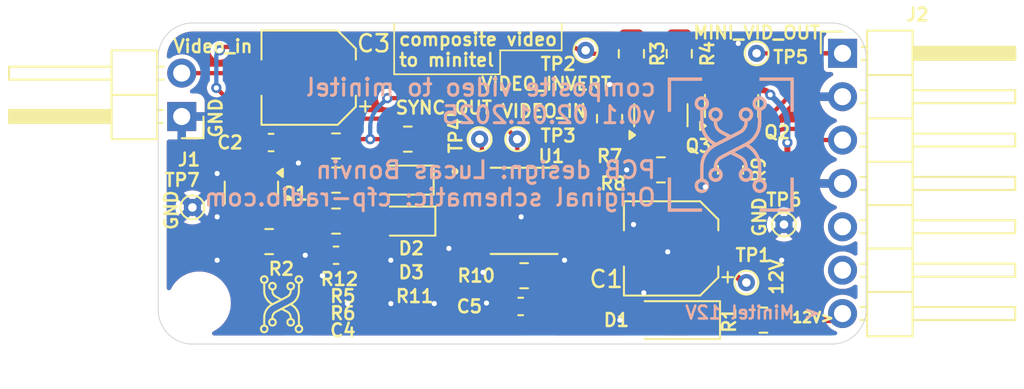
<source format=kicad_pcb>
(kicad_pcb (version 20240108) (generator "pcbnew") (generator_version "8.0")
  (title_block (title "av-to-minitel") (date "2025-01-02") (rev "v0.1") (company "Lucas Bonvin"))
  (layers (0 "F.Cu" signal) (31 "B.Cu" signal) (34 "B.Paste" user) (35 "F.Paste" user) (36 "B.SilkS" user "B.Silkscreen") (37 "F.SilkS" user "F.Silkscreen") (38 "B.Mask" user) (39 "F.Mask" user) (44 "Edge.Cuts" user))
  (net 0 "")
  (net 1 "comp_video_in")
  (net 2 "Net-(U1-COMPOSITESYNCIN)")
  (net 3 "Net-(Q3-B)")
  (net 4 "GND")
  (net 5 "Net-(D3-A)")
  (net 6 "Net-(U1-RSET)")
  (net 7 "+12V")
  (net 8 "Net-(D3-K)")
  (net 9 "minitel_sync_in")
  (net 10 "minitel_video_in")
  (net 11 "Net-(Q1-C)")
  (net 12 "Net-(Q1-B)")
  (net 13 "Net-(Q3-E)")
  (net 14 "+15V")
  (net 17 "Net-(D2-K)")
  (net 18 "Net-(D2-A)")
  (footprint "Capacitor_SMD:C_0603_1608Metric" (layer "F.Cu") (at 104.4 88)
    (property "Reference" "C4")
    (property "Value" "22nF")
  )
  (footprint "Resistor_SMD:R_0805_2012Metric" (layer "F.Cu") (at 108.6 81.2 180)
    (property "Reference" "R11")
    (property "Value" "1k")
  )
  (footprint "Resistor_SMD:R_0805_2012Metric" (layer "F.Cu") (at 115.4 89.2 180)
    (property "Reference" "R10")
    (property "Value" "680k")
  )
  (footprint "Diode_SMD:D_SOD-323F" (layer "F.Cu") (at 108.6 86 180)
    (property "Reference" "D3")
    (property "Value" "1N4148")
  )
  (footprint "Package_TO_SOT_SMD:SOT-23" (layer "F.Cu") (at 123.4 79.8 90)
    (property "Reference" "Q3")
    (property "Value" "NPN")
  )
  (footprint "LM1881MX_NOPB_NOPB:SOIC127P599X175-8N" (layer "F.Cu") (at 115.4 85.4)
    (property "Reference" "U1")
    (property "Value" "LM1881MX_NOPB_NOPB")
  )
  (footprint "TestPoint:TestPoint_THTPad_D1.0mm_Drill0.5mm" (layer "F.Cu") (at 115 81.2)
    (property "Reference" "TP3")
    (property "Value" "TestPoint")
  )
  (footprint "Diode_SMD:D_SOD-323F" (layer "F.Cu") (at 108.5 83.6 180)
    (property "Reference" "D2")
    (property "Value" "1N4148")
  )
  (footprint "TestPoint:TestPoint_THTPad_D1.0mm_Drill0.5mm" (layer "F.Cu") (at 130.6 86.2)
    (property "Reference" "TP6")
    (property "Value" "TestPoint")
  )
  (footprint "Connector_PinHeader_2.54mm:PinHeader_1x07_P2.54mm_Horizontal" (layer "F.Cu") (at 134.025 76.175)
    (property "Reference" "J2")
    (property "Value" "Conn_01x07_Pin")
  )
  (footprint "Resistor_SMD:R_0805_2012Metric" (layer "F.Cu") (at 123.4 83 180)
    (property "Reference" "R8")
    (property "Value" "680")
  )
  (footprint "Capacitor_SMD:C_0603_1608Metric" (layer "F.Cu") (at 115.2 91)
    (property "Reference" "C5")
    (property "Value" "100nF")
  )
  (footprint "Capacitor_SMD:CP_Elec_5x5.8" (layer "F.Cu") (at 102.8 77.6 180)
    (property "Reference" "C3")
    (property "Value" "100uF")
  )
  (footprint "Connector_PinHeader_2.54mm:PinHeader_1x02_P2.54mm_Horizontal" (layer "F.Cu") (at 95.375 79.875 180)
    (property "Reference" "J1")
    (property "Value" "Conn_01x02_Pin")
  )
  (footprint "TestPoint:TestPoint_THTPad_D1.0mm_Drill0.5mm" (layer "F.Cu") (at 128.4 89.6)
    (property "Reference" "TP1")
    (property "Value" "TestPoint")
  )
  (footprint "Capacitor_SMD:C_0603_1608Metric" (layer "F.Cu") (at 100.6 81.4)
    (property "Reference" "C2")
    (property "Value" "100nF")
  )
  (footprint "Resistor_SMD:R_0805_2012Metric" (layer "F.Cu") (at 129.4 91.8 180)
    (property "Reference" "R1")
    (property "Value" "100")
  )
  (footprint "MountingHole:MountingHole_3.2mm_M3" (layer "F.Cu") (at 96.4 90.8)
    (property "Reference" "REF**" (hide yes))
    (property "Value" "MountingHole_3.2mm_M3")
  )
  (footprint "Resistor_SMD:R_0805_2012Metric" (layer "F.Cu") (at 100.4875 87.2)
    (property "Reference" "R2")
    (property "Value" "10k")
  )
  (footprint "Resistor_SMD:R_0805_2012Metric" (layer "F.Cu") (at 120.4 80 90)
    (property "Reference" "R7")
    (property "Value" "22k")
  )
  (footprint "Diode_SMD:D_MiniMELF" (layer "F.Cu") (at 124.2 91.8 180)
    (property "Reference" "D1")
    (property "Value" "BZV55C12")
  )
  (footprint "Resistor_SMD:R_0805_2012Metric" (layer "F.Cu") (at 124.475 76.2 -90)
    (property "Reference" "R4")
    (property "Value" "3.3k")
  )
  (footprint "Resistor_SMD:R_0805_2012Metric" (layer "F.Cu") (at 127.475 83 -90)
    (property "Reference" "R9")
    (property "Value" "680")
  )
  (footprint "Resistor_SMD:R_0805_2012Metric" (layer "F.Cu") (at 121.675 76.2 -90)
    (property "Reference" "R3")
    (property "Value" "100k")
  )
  (footprint "TestPoint:TestPoint_THTPad_D1.0mm_Drill0.5mm" (layer "F.Cu") (at 129 76.175)
    (property "Reference" "TP5")
    (property "Value" "TestPoint")
  )
  (footprint "Resistor_SMD:R_0805_2012Metric" (layer "F.Cu") (at 104.4 86 180)
    (property "Reference" "R6")
    (property "Value" "22k")
  )
  (footprint "TestPoint:TestPoint_THTPad_D1.0mm_Drill0.5mm" (layer "F.Cu") (at 119 76)
    (property "Reference" "TP2")
    (property "Value" "TestPoint")
  )
  (footprint "Resistor_SMD:R_0805_2012Metric" (layer "F.Cu") (at 104.4 83.6 180)
    (property "Reference" "R5")
    (property "Value" "33k")
  )
  (footprint "Package_TO_SOT_SMD:SOT-23" (layer "F.Cu") (at 99.45 84.3375 -90)
    (property "Reference" "Q1")
    (property "Value" "PNP")
  )
  (footprint "TestPoint:TestPoint_THTPad_D1.0mm_Drill0.5mm" (layer "F.Cu") (at 96 85.2)
    (property "Reference" "TP7")
    (property "Value" "TestPoint")
  )
  (footprint "Resistor_SMD:R_0805_2012Metric" (layer "F.Cu") (at 104.4 81.6 180)
    (property "Reference" "R12")
    (property "Value" "1k")
  )
  (footprint "Capacitor_SMD:CP_Elec_5x5.8" (layer "F.Cu") (at 124 87.6 180)
    (property "Reference" "C1")
    (property "Value" "100uF")
  )
  (footprint "Package_TO_SOT_SMD:SOT-23" (layer "F.Cu") (at 127.5375 79.2625 90)
    (property "Reference" "Q2")
    (property "Value" "NPN")
  )
  (footprint "TestPoint:TestPoint_THTPad_D1.0mm_Drill0.5mm" (layer "F.Cu") (at 112.8 81.2)
    (property "Reference" "TP4")
    (property "Value" "TestPoint")
  )
  (gr_poly (pts (xy 125.813456 77.785677) (xy 123.999135 77.785677) (xy 123.999135 79.6) (xy 123.8 79.6) (xy 123.8 77.586546) (xy 125.813456 77.586546)) (stroke (width -0.000001)) (fill solid) (layer "B.SilkS"))
  (gr_poly (pts (xy 131.175289 79.600004) (xy 130.976154 79.600004) (xy 130.976154 77.785681) (xy 129.161835 77.785681) (xy 129.161835 77.58655) (xy 131.175289 77.58655)) (stroke (width -0.000001)) (fill solid) (layer "B.SilkS"))
  (gr_poly (pts (xy 123.99902 85.256777) (xy 125.813341 85.256777) (xy 125.813341 85.455908) (xy 123.799887 85.455908) (xy 123.799887 84.449178) (xy 123.8 84.449182) (xy 123.8 83.442453) (xy 123.99902 83.442453)) (stroke (width -0.000001)) (fill solid) (layer "B.SilkS"))
  (gr_poly (pts (xy 125.820001 78.68627) (xy 125.851252 78.688887) (xy 125.88175 78.693791) (xy 125.91142 78.700888) (xy 125.940189 78.710083) (xy 125.967983 78.721282) (xy 125.994729 78.734392) (xy 126.020353 78.749317) (xy 126.044781 78.765964) (xy 126.067941 78.784238) (xy 126.089758 78.804045) (xy 126.110159 78.825291) (xy 126.12907 78.847881) (xy 126.146417 78.871722) (xy 126.162128 78.896719) (xy 126.176128 78.922778) (xy 126.188343 78.949804) (xy 126.198702 78.977704) (xy 126.207128 79.006382) (xy 126.21355 79.035746) (xy 126.217893 79.0657) (xy 126.220085 79.096151) (xy 126.22005 79.127003) (xy 126.217717 79.158164) (xy 126.21301 79.189538) (xy 126.205857 79.221032) (xy 126.196184 79.252551) (xy 126.183917 79.284) (xy 126.168984 79.315287) (xy 126.15963 79.331925) (xy 126.149111 79.348349) (xy 126.137516 79.364485) (xy 126.12493 79.380263) (xy 126.11144 79.395609) (xy 126.097132 79.410453) (xy 126.082094 79.424721) (xy 126.066411 79.438343) (xy 126.050171 79.451245) (xy 126.033461 79.463356) (xy 126.016366 79.474605) (xy 125.998973 79.484918) (xy 125.98137 79.494224) (xy 125.963643 79.502451) (xy 125.945878 79.509526) (xy 125.928162 79.515379) (xy 125.898274 79.52418) (xy 125.896099 79.855257) (xy 125.895705 80.0149) (xy 125.897079 80.147486) (xy 125.898557 80.205071) (xy 125.900631 80.257617) (xy 125.903352 80.305701) (xy 125.906771 80.349896) (xy 125.91094 80.39078) (xy 125.91591 80.428926) (xy 125.921733 80.46491) (xy 125.928459 80.499308) (xy 125.93614 80.532695) (xy 125.944828 80.565645) (xy 125.954573 80.598735) (xy 125.965428 80.63254) (xy 125.985987 80.690046) (xy 126.008974 80.746324) (xy 126.034335 80.801311) (xy 126.06202 80.85494) (xy 126.091975 80.907148) (xy 126.124149 80.957869) (xy 126.15849 81.007038) (xy 126.194947 81.054592) (xy 126.233466 81.100464) (xy 126.273996 81.14459) (xy 126.316486 81.186906) (xy 126.360882 81.227346) (xy 126.407134 81.265846) (xy 126.455189 81.30234) (xy 126.504996 81.336765) (xy 126.556502 81.369055) (xy 126.619929 81.406851) (xy 126.777207 81.325777) (xy 127.092999 81.162989) (xy 127.154815 81.13081) (xy 127.182062 81.116401) (xy 127.205979 81.103592) (xy 127.225902 81.09274) (xy 127.241166 81.084205) (xy 127.251105 81.078344) (xy 127.253869 81.076529) (xy 127.255053 81.075518) (xy 127.254392 81.074402) (xy 127.251745 81.072283) (xy 127.240882 81.065252) (xy 127.22326 81.054867) (xy 127.199672 81.041569) (xy 127.13777 81.007995) (xy 127.061526 80.968058) (xy 126.984646 80.928139) (xy 126.952058 80.91095) (xy 126.922917 80.895321) (xy 126.896883 80.881037) (xy 126.873614 80.867882) (xy 126.852771 80.855641) (xy 126.834012 80.844099) (xy 126.816997 80.833041) (xy 126.801385 80.822251) (xy 126.786835 80.811514) (xy 126.773007 80.800616) (xy 126.759559 80.78934) (xy 126.746152 80.777472) (xy 126.732445 80.764796) (xy 126.718096 80.751097) (xy 126.693089 80.725828) (xy 126.669511 80.699707) (xy 126.647368 80.672755) (xy 126.626672 80.64499) (xy 126.60743 80.616432) (xy 126.589651 80.587101) (xy 126.573344 80.557016) (xy 126.558518 80.526197) (xy 126.545181 80.494664) (xy 126.533343 80.462436) (xy 126.523012 80.429532) (xy 126.514197 80.395972) (xy 126.506907 80.361776) (xy 126.501151 80.326964) (xy 126.496937 80.291555) (xy 126.494274 80.255568) (xy 126.489832 80.169905) (xy 126.451443 80.157804) (xy 126.42858 80.149488) (xy 126.406014 80.139113) (xy 126.383859 80.126811) (xy 126.36223 80.112714) (xy 126.341242 80.096954) (xy 126.321009 80.079663) (xy 126.301647 80.060973) (xy 126.283268 80.041017) (xy 126.26599 80.019925) (xy 126.249925 79.997831) (xy 126.235189 79.974866) (xy 126.221897 79.951162) (xy 126.210162 79.926851) (xy 126.2001 79.902066) (xy 126.191826 79.876938) (xy 126.185454 79.851599) (xy 126.178911 79.813082) (xy 126.175698 79.775473) (xy 126.175695 79.771407) (xy 126.37752 79.771407) (xy 126.379234 79.790268) (xy 126.38267 79.808617) (xy 126.387734 79.826391) (xy 126.394333 79.843525) (xy 126.402375 79.859958) (xy 126.411767 79.875625) (xy 126.422415 79.890464) (xy 126.434226 79.904411) (xy 126.447109 79.917402) (xy 126.460969 79.929375) (xy 126.475715 79.940266) (xy 126.491253 79.950011) (xy 126.507489 79.958548) (xy 126.524333 79.965814) (xy 126.541689 79.971744) (xy 126.559466 79.976276) (xy 126.577571 79.979346) (xy 126.59591 79.980891) (xy 126.614392 79.980847) (xy 126.632922 79.979152) (xy 126.651408 79.975742) (xy 126.669757 79.970553) (xy 126.687876 79.963523) (xy 126.705673 79.954588) (xy 126.723054 79.943685) (xy 126.739926 79.93075) (xy 126.756197 79.91572) (xy 126.766312 79.904791) (xy 126.775518 79.893388) (xy 126.783826 79.881557) (xy 126.791246 79.869342) (xy 126.797786 79.856788) (xy 126.803457 79.84394) (xy 126.808268 79.830842) (xy 126.812229 79.817539) (xy 126.81535 79.804075) (xy 126.81764 79.790497) (xy 126.81911 79.776847) (xy 126.819768 79.763171) (xy 126.819625 79.749514) (xy 126.81869 79.735921) (xy 126.816972 79.722435) (xy 126.814483 79.709103) (xy 126.811231 79.695968) (xy 126.807226 79.683075) (xy 126.802477 79.670469) (xy 126.796995 79.658195) (xy 126.790789 79.646297) (xy 126.783869 79.63482) (xy 126.776244 79.62381) (xy 126.767925 79.61331) (xy 126.75892 79.603365) (xy 126.749241 79.59402) (xy 126.738895 79.58532) (xy 126.727893 79.57731) (xy 126.716245 79.570033) (xy 126.703961 79.563536) (xy 126.69105 79.557862) (xy 126.677521 79.553057) (xy 126.677521 79.553061) (xy 126.666226 79.549736) (xy 126.655016 79.546899) (xy 126.643899 79.544546) (xy 126.632882 79.542674) (xy 126.621975 79.54128) (xy 126.611184 79.540359) (xy 126.600518 79.53991) (xy 126.589985 79.539927) (xy 126.579593 79.540409) (xy 126.56935 79.541351) (xy 126.559264 79.542749) (xy 126.549343 79.544602) (xy 126.539596 79.546904) (xy 126.53003 79.549654) (xy 126.520653 79.552846) (xy 126.511474 79.556479) (xy 126.5025 79.560548) (xy 126.493739 79.56505) (xy 126.4852 79.569981) (xy 126.476891 79.575339) (xy 126.468819 79.58112) (xy 126.460993 79.58732) (xy 126.45342 79.593936) (xy 126.44611 79.600965) (xy 126.439069 79.608403) (xy 126.432306 79.616246) (xy 126.42583 79.624492) (xy 126.419647 79.633137) (xy 126.413766 79.642177) (xy 126.408195 79.651609) (xy 126.402943 79.66143) (xy 126.398016 79.671637) (xy 126.389731 79.692108) (xy 126.383632 79.712385) (xy 126.379626 79.732402) (xy 126.377619 79.752098) (xy 126.37752 79.771407) (xy 126.175695 79.771407) (xy 126.175668 79.73885) (xy 126.178675 79.703292) (xy 126.184572 79.66888) (xy 126.193214 79.635692) (xy 126.204453 79.603809) (xy 126.218144 79.573308) (xy 126.23414 79.544271) (xy 126.252296 79.516775) (xy 126.272464 79.490901) (xy 126.294499 79.466728) (xy 126.318254 79.444335) (xy 126.343583 79.423802) (xy 126.37034 79.405208) (xy 126.398379 79.388632) (xy 126.427552 79.374155) (xy 126.457715 79.361854) (xy 126.488721 79.35181) (xy 126.520422 79.344102) (xy 126.552675 79.33881) (xy 126.585331 79.336012) (xy 126.618244 79.335789) (xy 126.651269 79.338219) (xy 126.684259 79.343382) (xy 126.717068 79.351358) (xy 126.74955 79.362225) (xy 126.781557 79.376064) (xy 126.812945 79.392953) (xy 126.843567 79.412972) (xy 126.873276 79.4362) (xy 126.901926 79.462717) (xy 126.922003 79.484295) (xy 126.940206 79.506757) (xy 126.956557 79.530018) (xy 126.971077 79.553991) (xy 126.983787 79.578592) (xy 126.994711 79.603736) (xy 127.003869 79.629337) (xy 127.011283 79.655309) (xy 127.016974 79.681568) (xy 127.020965 79.708028) (xy 127.023278 79.734604) (xy 127.023933 79.76121) (xy 127.022953 79.787762) (xy 127.020359 79.814173) (xy 127.016173 79.840359) (xy 127.010417 79.866233) (xy 127.003113 79.891712) (xy 126.994281 79.916709) (xy 126.983944 79.94114) (xy 126.972124 79.964918) (xy 126.958842 79.987959) (xy 126.94412 80.010176) (xy 126.927979 80.031486) (xy 126.910442 80.051803) (xy 126.89153 80.07104) (xy 126.871264 80.089114) (xy 126.849667 80.105937) (xy 126.82676 80.121427) (xy 126.802565 80.135496) (xy 126.777103 80.148059) (xy 126.750397 80.159032) (xy 126.722468 80.168329) (xy 126.715904 80.170454) (xy 126.710141 80.172794) (xy 126.705157 80.175486) (xy 126.700934 80.178662) (xy 126.699101 80.180474) (xy 126.697451 80.182457) (xy 126.69598 80.184629) (xy 126.694687 80.187005) (xy 126.692623 80.19244) (xy 126.691239 80.198896) (xy 126.690514 80.206507) (xy 126.690429 80.215407) (xy 126.690963 80.225731) (xy 126.692096 80.237611) (xy 126.693809 80.251183) (xy 126.69608 80.266581) (xy 126.702219 80.303389) (xy 126.710372 80.345645) (xy 126.719749 80.384557) (xy 126.730793 80.420563) (xy 126.743946 80.454103) (xy 126.759653 80.485615) (xy 126.778356 80.515538) (xy 126.8005 80.544312) (xy 126.826526 80.572375) (xy 126.856878 80.600167) (xy 126.892 80.628126) (xy 126.932334 80.656692) (xy 126.978325 80.686305) (xy 127.030414 80.717401) (xy 127.089046 80.750422) (xy 127.154663 80.785806) (xy 127.227709 80.823992) (xy 127.487725 80.958334) (xy 127.747656 80.82403) (xy 127.838063 80.777037) (xy 127.911481 80.738118) (xy 127.942552 80.721241) (xy 127.970257 80.70585) (xy 127.994889 80.691766) (xy 128.016742 80.678811) (xy 128.036109 80.666808) (xy 128.053283 80.655578) (xy 128.068558 80.644945) (xy 128.082228 80.634729) (xy 128.094587 80.624754) (xy 128.105927 80.614841) (xy 128.116543 80.604813) (xy 128.126728 80.594492) (xy 128.138499 80.581647) (xy 128.149972 80.568072) (xy 128.161125 80.553837) (xy 128.17194 80.539011) (xy 128.192466 80.507869) (xy 128.211386 80.475205) (xy 128.228534 80.441579) (xy 128.243743 80.407552) (xy 128.25685 80.373682) (xy 128.267687 80.340529) (xy 128.276089 80.308655) (xy 128.281891 80.278618) (xy 128.283765 80.264463) (xy 128.284927 80.250977) (xy 128.285357 80.238231) (xy 128.285032 80.226294) (xy 128.283934 80.215237) (xy 128.28204 80.205128) (xy 128.279331 80.196039) (xy 128.275786 80.188039) (xy 128.271383 80.181198) (xy 128.266103 80.175586) (xy 128.259924 80.171273) (xy 128.252827 80.168329) (xy 128.224911 80.159037) (xy 128.198216 80.148068) (xy 128.172766 80.135506) (xy 128.148581 80.121439) (xy 128.125683 80.10595) (xy 128.104094 80.089125) (xy 128.083836 80.071051) (xy 128.06493 80.051811) (xy 128.047398 80.031492) (xy 128.031262 80.01018) (xy 128.016544 79.987958) (xy 128.003264 79.964914) (xy 127.991446 79.941132) (xy 127.98111 79.916697) (xy 127.972279 79.891696) (xy 127.964974 79.866213) (xy 127.959216 79.840335) (xy 127.955029 79.814145) (xy 127.952432 79.787731) (xy 127.951612 79.765599) (xy 128.152617 79.765599) (xy 128.153826 79.783554) (xy 128.156611 79.801612) (xy 128.16103 79.819701) (xy 128.167141 79.837751) (xy 128.175002 79.855689) (xy 128.18467 79.873445) (xy 128.196203 79.890947) (xy 128.204549 79.901837) (xy 128.213399 79.912028) (xy 128.22272 79.921519) (xy 128.232478 79.930311) (xy 128.242643 79.938404) (xy 128.25318 79.945797) (xy 128.264056 79.952491) (xy 128.27524 79.958485) (xy 128.286698 79.963779) (xy 128.298396 79.968373) (xy 128.310304 79.972268) (xy 128.322386 79.975462) (xy 128.334612 79.977956) (xy 128.346947 79.97975) (xy 128.35936 79.980844) (xy 128.371816 79.981237) (xy 128.384284 79.98093) (xy 128.396731 79.979922) (xy 128.409123 79.978214) (xy 128.421429 79.975805) (xy 128.433614 79.972695) (xy 128.445647 79.968884) (xy 128.457494 79.964371) (xy 128.469122 79.959158) (xy 128.480499 79.953243) (xy 128.491592 79.946628) (xy 128.502369 79.93931) (xy 128.512795 79.931291) (xy 128.522839 79.922571) (xy 128.532467 79.913149) (xy 128.541647 79.903025) (xy 128.550346 79.892199) (xy 128.558009 79.881434) (xy 128.564936 79.870416) (xy 128.571133 79.859172) (xy 128.576609 79.847729) (xy 128.58137 79.836116) (xy 128.585423 79.82436) (xy 128.588776 79.812489) (xy 128.591434 79.800529) (xy 128.593406 79.78851) (xy 128.594699 79.776458) (xy 128.595318 79.764401) (xy 128.595272 79.752367) (xy 128.594568 79.740383) (xy 128.593212 79.728477) (xy 128.591212 79.716677) (xy 128.588574 79.705009) (xy 128.585306 79.693503) (xy 128.581414 79.682185) (xy 128.576906 79.671083) (xy 128.571789 79.660225) (xy 128.56607 79.649638) (xy 128.559755 79.63935) (xy 128.552852 79.629388) (xy 128.545368 79.619781) (xy 128.53731 79.610555) (xy 128.528685 79.601739) (xy 128.5195 79.593359) (xy 128.509762 79.585445) (xy 128.499478 79.578022) (xy 128.488654 79.57112) (xy 128.4773 79.564765) (xy 128.46542 79.558985) (xy 128.46542 79.558931) (xy 128.446027 79.551119) (xy 128.426765 79.545194) (xy 128.40769 79.541084) (xy 128.388861 79.538719) (xy 128.370335 79.538026) (xy 128.35217 79.538935) (xy 128.334424 79.541375) (xy 128.317156 79.545273) (xy 128.300422 79.550559) (xy 128.28428 79.557161) (xy 128.268789 79.565007) (xy 128.254007 79.574027) (xy 128.239991 79.58415) (xy 128.226799 79.595302) (xy 128.214488 79.607415) (xy 128.203118 79.620415) (xy 128.192745 79.634232) (xy 128.183427 79.648794) (xy 128.175223 79.664029) (xy 128.16819 79.679868) (xy 128.162386 79.696237) (xy 128.157869 79.713067) (xy 128.154696 79.730284) (xy 128.152927 79.747819) (xy 128.152617 79.765599) (xy 127.951612 79.765599) (xy 127.951449 79.761177) (xy 127.9521 79.734568) (xy 127.954407 79.707991) (xy 127.958393 79.68153) (xy 127.964079 79.65527) (xy 127.971486 79.629299) (xy 127.980637 79.6037) (xy 127.991553 79.578559) (xy 128.004256 79.553962) (xy 128.018767 79.529993) (xy 128.035108 79.50674) (xy 128.053301 79.484286) (xy 128.073368 79.462717) (xy 128.102013 79.436205) (xy 128.131718 79.412981) (xy 128.162336 79.392967) (xy 128.19372 79.376082) (xy 128.225725 79.362248) (xy 128.258204 79.351384) (xy 128.291011 79.343412) (xy 128.323999 79.338252) (xy 128.357023 79.335825) (xy 128.389935 79.336051) (xy 128.422591 79.338851) (xy 128.454842 79.344146) (xy 128.486544 79.351856) (xy 128.51755 79.361901) (xy 128.547713 79.374203) (xy 128.576888 79.388681) (xy 128.604927 79.405257) (xy 128.631685 79.423851) (xy 128.657016 79.444384) (xy 128.680772 79.466776) (xy 128.702809 79.490947) (xy 128.722979 79.51682) (xy 128.741136 79.544313) (xy 128.757134 79.573348) (xy 128.770827 79.603845) (xy 128.782068 79.635725) (xy 128.790711 79.668909) (xy 128.79661 79.703316) (xy 128.799619 79.738869) (xy 128.799591 79.775486) (xy 128.796379 79.813089) (xy 128.789839 79.851599) (xy 128.786888 79.864333) (xy 128.783449 79.877025) (xy 128.77516 79.902218) (xy 128.765085 79.92705) (xy 128.753336 79.95139) (xy 128.740026 79.97511) (xy 128.725268 79.99808) (xy 128.709174 80.020172) (xy 128.691857 80.041255) (xy 128.673429 80.061201) (xy 128.654002 80.079881) (xy 128.63369 80.097166) (xy 128.612604 80.112925) (xy 128.590858 80.127031) (xy 128.568564 80.139354) (xy 128.557246 80.144806) (xy 128.545834 80.149764) (xy 128.534341 80.154211) (xy 128.522781 80.158133) (xy 128.483303 80.170584) (xy 128.483303 80.223261) (xy 128.48243 80.257753) (xy 128.47983 80.292187) (xy 128.47553 80.326494) (xy 128.469559 80.360605) (xy 128.461943 80.394453) (xy 128.452711 80.427969) (xy 128.44189 80.461086) (xy 128.429508 80.493734) (xy 128.415592 80.525846) (xy 128.400171 80.557352) (xy 128.383271 80.588186) (xy 128.364921 80.618279) (xy 128.345148 80.647562) (xy 128.323981 80.675967) (xy 128.301446 80.703427) (xy 128.277571 80.729872) (xy 128.24672 80.761183) (xy 128.215074 80.789443) (xy 128.197549 80.803291) (xy 128.17814 80.81741) (xy 128.131422 80.847841) (xy 128.070427 80.883493) (xy 127.990661 80.927123) (xy 127.887629 80.981489) (xy 127.756838 81.049349) (xy 127.016467 81.432004) (xy 126.795965 81.546487) (xy 126.715013 81.588833) (xy 126.6505 81.622893) (xy 126.600104 81.649901) (xy 126.561507 81.67109) (xy 126.532386 81.687692) (xy 126.510423 81.700942) (xy 126.493295 81.712072) (xy 126.478683 81.722316) (xy 126.447724 81.745077) (xy 126.406815 81.776122) (xy 126.36713 81.80882) (xy 126.328718 81.843102) (xy 126.291631 81.878899) (xy 126.255917 81.916143) (xy 126.221629 81.954764) (xy 126.188816 81.994694) (xy 126.157529 82.035863) (xy 126.127818 82.078203) (xy 126.099733 82.121645) (xy 126.073325 82.166119) (xy 126.048644 82.211558) (xy 126.025741 82.257891) (xy 126.004666 82.30505) (xy 125.985469 82.352967) (xy 125.968201 82.401571) (xy 125.946849 82.469931) (xy 125.929975 82.535805) (xy 125.92306 82.56946) (xy 125.917076 82.604475) (xy 125.907648 82.681221) (xy 125.901189 82.771325) (xy 125.897196 82.880068) (xy 125.895166 83.01273) (xy 125.894596 83.174593) (xy 125.894577 83.515127) (xy 125.922234 83.523977) (xy 125.963789 83.539333) (xy 126.002047 83.55762) (xy 126.037042 83.578612) (xy 126.068809 83.602087) (xy 126.097384 83.627819) (xy 126.122803 83.655584) (xy 126.1451 83.685159) (xy 126.16431 83.71632) (xy 126.180469 83.748842) (xy 126.193613 83.7825) (xy 126.203776 83.817072) (xy 126.210993 83.852333) (xy 126.215301 83.888058) (xy 126.216734 83.924024) (xy 126.215328 83.960007) (xy 126.211117 83.995782) (xy 126.204137 84.031125) (xy 126.194424 84.065812) (xy 126.182012 84.099619) (xy 126.166938 84.132322) (xy 126.149235 84.163697) (xy 126.12894 84.193519) (xy 126.106087 84.221565) (xy 126.080713 84.24761) (xy 126.052852 84.271431) (xy 126.022539 84.292802) (xy 125.98981 84.311501) (xy 125.9547 84.327302) (xy 125.917245 84.339982) (xy 125.877479 84.349317) (xy 125.835438 84.355082) (xy 125.791157 84.357054) (xy 125.748667 84.355123) (xy 125.708269 84.349477) (xy 125.670001 84.340333) (xy 125.633898 84.327908) (xy 125.599998 84.312421) (xy 125.568338 84.294088) (xy 125.538953 84.273127) (xy 125.511882 84.249756) (xy 125.48716 84.224193) (xy 125.464825 84.196654) (xy 125.444913 84.167358) (xy 125.427461 84.136523) (xy 125.412506 84.104365) (xy 125.400085 84.071103) (xy 125.390234 84.036953) (xy 125.38299 84.002134) (xy 125.37839 83.966863) (xy 125.376592 83.933603) (xy 125.575043 83.933603) (xy 125.575687 83.951411) (xy 125.577865 83.969237) (xy 125.581628 83.986999) (xy 125.587029 84.004613) (xy 125.594117 84.021995) (xy 125.602945 84.039064) (xy 125.613562 84.055735) (xy 125.626022 84.071926) (xy 125.640374 84.087553) (xy 125.655947 84.101868) (xy 125.672071 84.114308) (xy 125.688666 84.124924) (xy 125.705649 84.133765) (xy 125.722939 84.140881) (xy 125.740455 84.146322) (xy 125.758115 84.150137) (xy 125.775838 84.152376) (xy 125.793541 84.15309) (xy 125.811145 84.152327) (xy 125.828567 84.150138) (xy 125.845726 84.146572) (xy 125.86254 84.14168) (xy 125.878928 84.13551) (xy 125.894808 84.128113) (xy 125.9101 84.119538) (xy 125.924721 84.109836) (xy 125.938591 84.099055) (xy 125.951627 84.087246) (xy 125.963748 84.074459) (xy 125.974873 84.060743) (xy 125.98492 84.046148) (xy 125.993808 84.030724) (xy 126.001455 84.014521) (xy 126.007781 83.997587) (xy 126.012703 83.979974) (xy 126.016139 83.961731) (xy 126.01801 83.942908) (xy 126.018232 83.923554) (xy 126.016726 83.903719) (xy 126.013408 83.883453) (xy 126.008198 83.862806) (xy 126.006515 83.85761) (xy 126.004535 83.852342) (xy 125.999727 83.84164) (xy 125.993872 83.830796) (xy 125.987065 83.819905) (xy 125.979402 83.809063) (xy 125.970979 83.798368) (xy 125.961893 83.787914) (xy 125.952238 83.777797) (xy 125.942112 83.768114) (xy 125.931609 83.758961) (xy 125.920827 83.750433) (xy 125.90986 83.742626) (xy 125.898806 83.735638) (xy 125.88776 83.729563) (xy 125.876818 83.724497) (xy 125.866076 83.720537) (xy 125.866076 83.720541) (xy 125.845548 83.714955) (xy 125.825378 83.711302) (xy 125.805617 83.709498) (xy 125.786316 83.70946) (xy 125.767526 83.711105) (xy 125.749298 83.71435) (xy 125.731684 83.71911) (xy 125.714734 83.725304) (xy 125.698501 83.732847) (xy 125.683034 83.741658) (xy 125.668385 83.751652) (xy 125.654606 83.762746) (xy 125.641747 83.774857) (xy 125.62986 83.787902) (xy 125.618996 83.801798) (xy 125.609206 83.816461) (xy 125.600541 83.831808) (xy 125.593052 83.847757) (xy 125.586791 83.864223) (xy 125.581808 83.881124) (xy 125.578155 83.898377) (xy 125.575883 83.915897) (xy 125.575043 83.933603) (xy 125.376592 83.933603) (xy 125.37647 83.931358) (xy 125.377268 83.895836) (xy 125.38082 83.860516) (xy 125.387163 83.825613) (xy 125.396334 83.791347) (xy 125.408369 83.757934) (xy 125.423306 83.725593) (xy 125.44118 83.69454) (xy 125.462029 83.664994) (xy 125.48589 83.637172) (xy 125.512799 83.611292) (xy 125.542793 83.58757) (xy 125.575909 83.566226) (xy 125.612184 83.547476) (xy 125.651654 83.531538) (xy 125.691758 83.517412) (xy 125.695925 83.087229) (xy 125.69757 82.934803) (xy 125.699512 82.815481) (xy 125.70074 82.766249) (xy 125.702216 82.722912) (xy 125.704 82.684676) (xy 125.706149 82.650747) (xy 125.708721 82.620331) (xy 125.711775 82.592634) (xy 125.715369 82.566863) (xy 125.719561 82.542224) (xy 125.72441 82.517923) (xy 125.729973 82.493165) (xy 125.743477 82.439108) (xy 125.761989 82.37393) (xy 125.783505 82.309535) (xy 125.807934 82.246055) (xy 125.835183 82.183624) (xy 125.86516 82.122376) (xy 125.897772 82.062443) (xy 125.932927 82.003959) (xy 125.970533 81.947057) (xy 126.010498 81.891871) (xy 126.052728 81.838535) (xy 126.097132 81.787181) (xy 126.143618 81.737943) (xy 126.192093 81.690955) (xy 126.242464 81.64635) (xy 126.29464 81.604261) (xy 126.348528 81.564821) (xy 126.370079 81.549819) (xy 126.37855 81.543707) (xy 126.385489 81.538331) (xy 126.388385 81.535874) (xy 126.390899 81.533548) (xy 126.393032 81.531334) (xy 126.394784 81.529216) (xy 126.396155 81.527174) (xy 126.397146 81.525191) (xy 126.397758 81.523249) (xy 126.39799 81.52133) (xy 126.397842 81.519417) (xy 126.397317 81.517492) (xy 126.396413 81.515537) (xy 126.395131 81.513533) (xy 126.393472 81.511464) (xy 126.391436 81.509311) (xy 126.389024 81.507056) (xy 126.386235 81.504682) (xy 126.37953 81.499505) (xy 126.371325 81.493635) (xy 126.350428 81.47925) (xy 126.296862 81.440403) (xy 126.24488 81.398715) (xy 126.19459 81.354341) (xy 126.146098 81.307435) (xy 126.099512 81.258152) (xy 126.054939 81.206647) (xy 126.012485 81.153074) (xy 125.972259 81.097588) (xy 125.934366 81.040344) (xy 125.898916 80.981497) (xy 125.866013 80.9212) (xy 125.835766 80.85961) (xy 125.808283 80.79688) (xy 125.783669 80.733165) (xy 125.762032 80.66862) (xy 125.743479 80.603399) (xy 125.729975 80.549336) (xy 125.719563 80.500274) (xy 125.711776 80.449858) (xy 125.70615 80.391732) (xy 125.702217 80.31954) (xy 125.699513 80.226928) (xy 125.695927 79.955019) (xy 125.691759 79.524595) (xy 125.647435 79.508547) (xy 125.612622 79.494287) (xy 125.580222 79.477694) (xy 125.550227 79.45893) (xy 125.522629 79.438158) (xy 125.497418 79.415539) (xy 125.474587 79.391237) (xy 125.454127 79.365413) (xy 125.43603 79.338231) (xy 125.420288 79.309852) (xy 125.406892 79.28044) (xy 125.395834 79.250156) (xy 125.387106 79.219163) (xy 125.380698 79.187623) (xy 125.376604 79.155699) (xy 125.374818 79.12362) (xy 125.57387 79.12362) (xy 125.57539 79.143284) (xy 125.578764 79.162796) (xy 125.584046 79.182026) (xy 125.591292 79.200846) (xy 125.600554 79.219127) (xy 125.611889 79.236739) (xy 125.62535 79.253555) (xy 125.640991 79.269445) (xy 125.658869 79.28428) (xy 125.679036 79.297931) (xy 125.701548 79.31027) (xy 125.711731 79.314958) (xy 125.722011 79.319075) (xy 125.732372 79.322628) (xy 125.742798 79.32562) (xy 125.753273 79.32806) (xy 125.763781 79.329951) (xy 125.774306 79.3313) (xy 125.784832 79.332113) (xy 125.795343 79.332395) (xy 125.805824 79.332151) (xy 125.816258 79.331388) (xy 125.826629 79.330111) (xy 125.836922 79.328326) (xy 125.84712 79.326038) (xy 125.857208 79.323253) (xy 125.867169 79.319977) (xy 125.876988 79.316216) (xy 125.886649 79.311975) (xy 125.896135 79.30726) (xy 125.905431 79.302076) (xy 125.91452 79.296429) (xy 125.923388 79.290325) (xy 125.932018 79.28377) (xy 125.940393 79.276769) (xy 125.948499 79.269328) (xy 125.956318 79.261452) (xy 125.963836 79.253148) (xy 125.971036 79.24442) (xy 125.977902 79.235276) (xy 125.984418 79.225719) (xy 125.990569 79.215756) (xy 125.996338 79.205393) (xy 126.001315 79.195161) (xy 126.0056 79.184675) (xy 126.009204 79.173966) (xy 126.01214 79.163064) (xy 126.01442 79.152001) (xy 126.016058 79.140806) (xy 126.017065 79.129509) (xy 126.017453 79.118143) (xy 126.017236 79.106736) (xy 126.016426 79.095321) (xy 126.015035 79.083926) (xy 126.013075 79.072583) (xy 126.010559 79.061322) (xy 126.007499 79.050174) (xy 126.003908 79.03917) (xy 125.999798 79.028339) (xy 125.995182 79.017713) (xy 125.990072 79.007321) (xy 125.98448 78.997196) (xy 125.978419 78.987366) (xy 125.971901 78.977863) (xy 125.964939 78.968717) (xy 125.957545 78.959958) (xy 125.949732 78.951618) (xy 125.941511 78.943726) (xy 125.932896 78.936314) (xy 125.923899 78.929412) (xy 125.914532 78.92305) (xy 125.904807 78.917259) (xy 125.894738 78.912069) (xy 125.884336 78.907511) (xy 125.873614 78.903616) (xy 125.848799 78.89672) (xy 125.824693 78.892376) (xy 125.801351 78.890458) (xy 125.778826 78.890835) (xy 125.757173 78.893379) (xy 125.736448 78.897961) (xy 125.716704 78.904452) (xy 125.697996 78.912723) (xy 125.680378 78.922646) (xy 125.663906 78.934091) (xy 125.648632 78.94693) (xy 125.634613 78.961033) (xy 125.621903 78.976273) (xy 125.610555 78.992519) (xy 125.600626 79.009644) (xy 125.592168 79.027518) (xy 125.585237 79.046013) (xy 125.579887 79.064999) (xy 125.576173 79.084349) (xy 125.574149 79.103932) (xy 125.57387 79.12362) (xy 125.374818 79.12362) (xy 125.374815 79.123553) (xy 125.375322 79.091348) (xy 125.378116 79.059246) (xy 125.38319 79.02741) (xy 125.390536 78.996002) (xy 125.400145 78.965184) (xy 125.412008 78.935119) (xy 125.426117 78.905969) (xy 125.442464 78.877897) (xy 125.461041 78.851065) (xy 125.481839 78.825636) (xy 125.50485 78.801772) (xy 125.530066 78.779635) (xy 125.557478 78.759388) (xy 125.587078 78.741193) (xy 125.618857 78.725214) (xy 125.652808 78.711611) (xy 125.688921 78.700548) (xy 125.688927 78.700556) (xy 125.722458 78.693083) (xy 125.75553 78.688273) (xy 125.788069 78.686034)) (stroke (width -0.000001)) (fill solid) (layer "B.SilkS"))
  (gr_poly (pts (xy 129.219931 78.686559) (xy 129.261566 78.69218) (xy 129.301181 78.701805) (xy 129.338699 78.715172) (xy 129.374043 78.732016) (xy 129.407134 78.752072) (xy 129.437895 78.775078) (xy 129.466249 78.800769) (xy 129.492117 78.82888) (xy 129.515422 78.859149) (xy 129.536085 78.891311) (xy 129.55403 78.925102) (xy 129.569179 78.960258) (xy 129.581454 78.996515) (xy 129.590777 79.033609) (xy 129.59707 79.071276) (xy 129.600256 79.109252) (xy 129.600256 79.147274) (xy 129.596995 79.185076) (xy 129.590392 79.222395) (xy 129.580372 79.258968) (xy 129.566855 79.29453) (xy 129.549765 79.328816) (xy 129.529024 79.361564) (xy 129.504553 79.392509) (xy 129.476276 79.421387) (xy 129.444114 79.447934) (xy 129.40799 79.471886) (xy 129.367825 79.49298) (xy 129.323544 79.51095) (xy 129.283438 79.525076) (xy 129.279139 79.955259) (xy 129.277493 80.108329) (xy 129.275657 80.226645) (xy 129.274508 80.274941) (xy 129.273121 80.317152) (xy 129.271431 80.354148) (xy 129.269373 80.386796) (xy 129.266886 80.415964) (xy 129.263903 80.442521) (xy 129.260363 80.467335) (xy 129.2562 80.491273) (xy 129.251351 80.515204) (xy 129.245752 80.539996) (xy 129.232048 80.595636) (xy 129.212783 80.66479) (xy 129.19018 80.733011) (xy 129.164342 80.800156) (xy 129.13537 80.866084) (xy 129.103365 80.93065) (xy 129.06843 80.993714) (xy 129.030666 81.055131) (xy 128.990174 81.11476) (xy 128.947057 81.172458) (xy 128.901416 81.228082) (xy 128.853352 81.281489) (xy 128.802968 81.332537) (xy 128.750364 81.381083) (xy 128.695643 81.426984) (xy 128.638906 81.470098) (xy 128.580256 81.510283) (xy 128.574713 81.514031) (xy 128.572683 81.515695) (xy 128.571218 81.517311) (xy 128.570713 81.518122) (xy 128.57037 81.518948) (xy 128.570195 81.519796) (xy 128.570194 81.520676) (xy 128.570375 81.521596) (xy 128.570743 81.522564) (xy 128.571306 81.52359) (xy 128.57207 81.524682) (xy 128.574229 81.527099) (xy 128.577272 81.529885) (xy 128.581253 81.533108) (xy 128.586226 81.536839) (xy 128.599358 81.546099) (xy 128.617096 81.558222) (xy 128.678565 81.602449) (xy 128.737524 81.64973) (xy 128.793902 81.699953) (xy 128.847625 81.753002) (xy 128.898621 81.808763) (xy 128.946819 81.867123) (xy 128.992144 81.927967) (xy 129.034526 81.991181) (xy 129.073891 82.056651) (xy 129.110167 82.124263) (xy 129.143281 82.193903) (xy 129.173161 82.265457) (xy 129.199735 82.33881) (xy 129.22293 82.413848) (xy 129.242674 82.490458) (xy 129.258894 82.568525) (xy 129.263953 82.598054) (xy 129.267913 82.627984) (xy 129.270965 82.663159) (xy 129.273299 82.708422) (xy 129.276576 82.848583) (xy 129.279268 83.087209) (xy 129.283443 83.517393) (xy 129.323545 83.531519) (xy 129.359386 83.545872) (xy 129.392686 83.562687) (xy 129.423457 83.581789) (xy 129.451711 83.603003) (xy 129.477461 83.626154) (xy 129.500717 83.651069) (xy 129.521491 83.677572) (xy 129.539795 83.705489) (xy 129.555641 83.734646) (xy 129.569041 83.764868) (xy 129.580007 83.79598) (xy 129.588549 83.827809) (xy 129.59468 83.860179) (xy 129.598412 83.892916) (xy 129.599756 83.925846) (xy 129.598725 83.958793) (xy 129.595329 83.991584) (xy 129.589581 84.024044) (xy 129.581492 84.055999) (xy 129.571075 84.087273) (xy 129.55834 84.117693) (xy 129.5433 84.147083) (xy 129.525967 84.17527) (xy 129.506351 84.202078) (xy 129.484466 84.227334) (xy 129.460322 84.250863) (xy 129.433932 84.27249) (xy 129.405306 84.292041) (xy 129.374458 84.309341) (xy 129.341398 84.324215) (xy 129.306139 84.33649) (xy 129.268692 84.345991) (xy 129.220614 84.353713) (xy 129.17449 84.356562) (xy 129.130391 84.35481) (xy 129.088388 84.348729) (xy 129.048553 84.338591) (xy 129.010958 84.324667) (xy 128.975672 84.307229) (xy 128.942768 84.286549) (xy 128.912317 84.262898) (xy 128.884391 84.236548) (xy 128.85906 84.207771) (xy 128.836396 84.176838) (xy 128.81647 84.144022) (xy 128.799353 84.109593) (xy 128.785117 84.073825) (xy 128.773834 84.036987) (xy 128.765574 83.999353) (xy 128.760408 83.961193) (xy 128.759064 83.935368) (xy 128.957151 83.935368) (xy 128.958072 83.952081) (xy 128.960369 83.968946) (xy 128.964094 83.98591) (xy 128.969298 84.002923) (xy 128.976032 84.019933) (xy 128.982322 84.033036) (xy 128.989292 84.045494) (xy 128.996907 84.057301) (xy 129.005131 84.06845) (xy 129.013926 84.078935) (xy 129.023258 84.088749) (xy 129.03309 84.097886) (xy 129.043386 84.106338) (xy 129.05411 84.1141) (xy 129.065226 84.121163) (xy 129.076698 84.127523) (xy 129.088489 84.133171) (xy 129.100564 84.138102) (xy 129.112887 84.142308) (xy 129.125422 84.145783) (xy 129.138131 84.148521) (xy 129.150981 84.150514) (xy 129.163933 84.151756) (xy 129.176953 84.152241) (xy 129.190004 84.151961) (xy 129.203049 84.15091) (xy 129.216054 84.149081) (xy 129.228982 84.146468) (xy 129.241797 84.143063) (xy 129.254462 84.138861) (xy 129.266942 84.133855) (xy 129.2792 84.128038) (xy 129.291201 84.121402) (xy 129.302909 84.113942) (xy 129.314287 84.105651) (xy 129.325299 84.096523) (xy 129.335909 84.08655) (xy 129.345751 84.076067) (xy 129.354749 84.065176) (xy 129.362907 84.053912) (xy 129.370235 84.042311) (xy 129.376738 84.030411) (xy 129.382423 84.018247) (xy 129.387299 84.005856) (xy 129.391371 83.993274) (xy 129.394647 83.980537) (xy 129.397133 83.967681) (xy 129.398838 83.954743) (xy 129.399768 83.941759) (xy 129.399929 83.928766) (xy 129.39933 83.915799) (xy 129.397976 83.902895) (xy 129.395876 83.89009) (xy 129.393036 83.877421) (xy 129.389463 83.864923) (xy 129.385164 83.852634) (xy 129.380146 83.840589) (xy 129.374417 83.828824) (xy 129.367983 83.817377) (xy 129.360851 83.806282) (xy 129.353029 83.795578) (xy 129.344523 83.785299) (xy 129.335341 83.775482) (xy 129.325489 83.766163) (xy 129.314975 83.757379) (xy 129.303805 83.749166) (xy 129.291987 83.74156) (xy 129.279527 83.734598) (xy 129.266434 83.728315) (xy 129.266436 83.728315) (xy 129.249454 83.721593) (xy 129.232473 83.716406) (xy 129.215543 83.7127) (xy 129.198716 83.710426) (xy 129.182041 83.709532) (xy 129.165571 83.709966) (xy 129.149356 83.711679) (xy 129.133447 83.714618) (xy 129.117895 83.718732) (xy 129.102751 83.72397) (xy 129.088066 83.73028) (xy 129.073891 83.737613) (xy 129.060278 83.745916) (xy 129.047276 83.755138) (xy 129.034938 83.765228) (xy 129.023313 83.776134) (xy 129.012454 83.787806) (xy 129.00241 83.800193) (xy 128.993234 83.813243) (xy 128.984975 83.826904) (xy 128.977686 83.841127) (xy 128.971416 83.855859) (xy 128.966217 83.871049) (xy 128.96214 83.886646) (xy 128.959236 83.902599) (xy 128.957556 83.918857) (xy 128.957151 83.935368) (xy 128.759064 83.935368) (xy 128.758408 83.92278) (xy 128.759646 83.884384) (xy 128.764193 83.846279) (xy 128.772119 83.808735) (xy 128.783497 83.772025) (xy 128.798397 83.736419) (xy 128.816891 83.70219) (xy 128.83905 83.66961) (xy 128.864945 83.638949) (xy 128.894648 83.610481) (xy 128.928231 83.584476) (xy 128.965764 83.561206) (xy 129.007318 83.540942) (xy 129.052965 83.523958) (xy 129.080622 83.515108) (xy 129.080605 83.174574) (xy 129.080027 83.013045) (xy 129.077977 82.880515) (xy 129.076244 82.823488) (xy 129.073956 82.771747) (xy 129.07105 82.724637) (xy 129.067464 82.681504) (xy 129.063135 82.641693) (xy 129.058001 82.604549) (xy 129.051999 82.569417) (xy 129.045068 82.535644) (xy 129.037144 82.502573) (xy 129.028165 82.469552) (xy 129.018069 82.435925) (xy 129.006794 82.401037) (xy 128.985984 82.343107) (xy 128.962485 82.286278) (xy 128.936374 82.230646) (xy 128.907729 82.176303) (xy 128.876627 82.123344) (xy 128.843145 82.071863) (xy 128.807362 82.021953) (xy 128.769354 81.973707) (xy 128.729199 81.927221) (xy 128.686974 81.882588) (xy 128.642757 81.839902) (xy 128.596625 81.799256) (xy 128.548656 81.760745) (xy 128.498927 81.724462) (xy 128.447515 81.690501) (xy 128.394499 81.658956) (xy 128.353693 81.63598) (xy 128.213802 81.708166) (xy 127.95818 81.840194) (xy 127.872063 81.884849) (xy 127.809133 81.917681) (xy 127.765934 81.940499) (xy 127.739009 81.955118) (xy 127.73057 81.959918) (xy 127.724902 81.963348) (xy 127.721575 81.965633) (xy 127.720654 81.966417) (xy 127.720156 81.967001) (xy 127.720816 81.968113) (xy 127.723464 81.970229) (xy 127.734326 81.977255) (xy 127.751948 81.987637) (xy 127.775537 82.000933) (xy 127.837439 82.034505) (xy 127.913683 82.074442) (xy 127.990563 82.11436) (xy 128.023151 82.131549) (xy 128.052292 82.147179) (xy 128.078326 82.161463) (xy 128.101594 82.174618) (xy 128.122437 82.18686) (xy 128.141196 82.198402) (xy 128.158211 82.20946) (xy 128.173824 82.22025) (xy 128.188373 82.230987) (xy 128.202202 82.241885) (xy 128.215649 82.253161) (xy 128.229056 82.265029) (xy 128.242764 82.277704) (xy 128.257113 82.291403) (xy 128.282119 82.316671) (xy 128.305698 82.342792) (xy 128.32784 82.369744) (xy 128.348536 82.397509) (xy 128.367778 82.426067) (xy 128.385557 82.455398) (xy 128.401864 82.485483) (xy 128.41669 82.516302) (xy 128.430027 82.547835) (xy 128.441865 82.580064) (xy 128.452196 82.612967) (xy 128.461011 82.646527) (xy 128.468301 82.680723) (xy 128.474057 82.715535) (xy 128.478271 82.750945) (xy 128.480934 82.786932) (xy 128.485384 82.872598) (xy 128.523771 82.884699) (xy 128.546634 82.893015) (xy 128.5692 82.903391) (xy 128.591355 82.915694) (xy 128.612984 82.929791) (xy 128.633973 82.945551) (xy 128.654205 82.962842) (xy 128.673568 82.981531) (xy 128.691947 83.001488) (xy 128.709225 83.022579) (xy 128.72529 83.044673) (xy 128.740026 83.067638) (xy 128.753318 83.091342) (xy 128.765053 83.115652) (xy 128.775115 83.140438) (xy 128.783389 83.165566) (xy 128.789761 83.190904) (xy 128.796301 83.229414) (xy 128.799512 83.267017) (xy 128.799541 83.303635) (xy 128.796532 83.339187) (xy 128.790633 83.373594) (xy 128.78199 83.406778) (xy 128.770749 83.438658) (xy 128.757056 83.469155) (xy 128.741058 83.49819) (xy 128.7229 83.525683) (xy 128.70273 83.551556) (xy 128.680694 83.575728) (xy 128.656937 83.59812) (xy 128.631607 83.618652) (xy 128.604849 83.637246) (xy 128.576809 83.653822) (xy 128.547635 83.668301) (xy 128.517472 83.680602) (xy 128.486466 83.690648) (xy 128.454764 83.698357) (xy 128.422513 83.703652) (xy 128.389857 83.706452) (xy 128.356945 83.706678) (xy 128.323921 83.704251) (xy 128.290933 83.699091) (xy 128.258126 83.691119) (xy 128.225647 83.680255) (xy 128.193642 83.666421) (xy 128.162258 83.649536) (xy 128.13164 83.629522) (xy 128.101935 83.606298) (xy 128.07329 83.579786) (xy 128.053179 83.558174) (xy 128.034946 83.535683) (xy 128.01857 83.512397) (xy 128.004029 83.488402) (xy 127.991302 83.463784) (xy 127.980366 83.438626) (xy 127.9712 83.413013) (xy 127.963782 83.387032) (xy 127.958091 83.360767) (xy 127.954104 83.334303) (xy 127.9518 83.307725) (xy 127.951157 83.281118) (xy 127.95131 83.277066) (xy 128.152762 83.277066) (xy 128.153106 83.293143) (xy 128.15468 83.309416) (xy 128.157529 83.325842) (xy 128.161695 83.342379) (xy 128.167221 83.358984) (xy 128.172889 83.372756) (xy 128.179326 83.385888) (xy 128.186491 83.398371) (xy 128.194344 83.410196) (xy 128.202846 83.421354) (xy 128.211956 83.431837) (xy 128.221634 83.441635) (xy 128.231839 83.45074) (xy 128.242533 83.459143) (xy 128.253675 83.466836) (xy 128.265224 83.473809) (xy 128.277141 83.480054) (xy 128.289385 83.485562) (xy 128.301917 83.490324) (xy 128.314695 83.494332) (xy 128.327682 83.497577) (xy 128.340835 83.50005) (xy 128.354115 83.501741) (xy 128.367482 83.502643) (xy 128.380896 83.502747) (xy 128.394316 83.502044) (xy 128.407703 83.500525) (xy 128.421017 83.498181) (xy 128.434217 83.495003) (xy 128.447263 83.490984) (xy 128.460115 83.486113) (xy 128.472734 83.480383) (xy 128.485078 83.473784) (xy 128.497109 83.466308) (xy 128.508785 83.457946) (xy 128.520067 83.448689) (xy 128.530914 83.438528) (xy 128.541055 83.4277) (xy 128.550292 83.416434) (xy 128.558636 83.404771) (xy 128.566094 83.392751) (xy 128.572677 83.380414) (xy 128.578392 83.367802) (xy 128.583248 83.354953) (xy 128.587254 83.341908) (xy 128.59042 83.328708) (xy 128.592753 83.315393) (xy 128.594263 83.302002) (xy 128.594958 83.288577) (xy 128.594848 83.275158) (xy 128.59394 83.261785) (xy 128.592245 83.248497) (xy 128.58977 83.235337) (xy 128.586524 83.222343) (xy 128.582517 83.209556) (xy 128.577757 83.197016) (xy 128.572253 83.184764) (xy 128.566014 83.17284) (xy 128.559048 83.161284) (xy 128.551364 83.150136) (xy 128.542972 83.139437) (xy 128.53388 83.129228) (xy 128.524096 83.119547) (xy 128.51363 83.110436) (xy 128.50249 83.101935) (xy 128.490686 83.094084) (xy 128.478226 83.086923) (xy 128.465118 83.080493) (xy 128.451372 83.074835) (xy 128.434768 83.069308) (xy 128.41823 83.065142) (xy 128.401804 83.062293) (xy 128.38553 83.060719) (xy 128.369454 83.060375) (xy 128.353617 83.06122) (xy 128.338063 83.06321) (xy 128.322835 83.066302) (xy 128.307976 83.070452) (xy 128.293529 83.075618) (xy 128.279537 83.081757) (xy 128.266044 83.088825) (xy 128.253092 83.096779) (xy 128.240725 83.105577) (xy 128.228986 83.115175) (xy 128.217917 83.12553) (xy 128.207562 83.136598) (xy 128.197964 83.148338) (xy 128.189167 83.160705) (xy 128.181212 83.173657) (xy 128.174144 83.18715) (xy 128.168006 83.201141) (xy 128.162839 83.215588) (xy 128.158689 83.230447) (xy 128.155597 83.245675) (xy 128.153607 83.261229) (xy 128.152762 83.277066) (xy 127.95131 83.277066) (xy 127.952154 83.254568) (xy 127.954769 83.228158) (xy 127.958979 83.201975) (xy 127.964764 83.176103) (xy 127.972101 83.150627) (xy 127.98097 83.125633) (xy 127.991347 83.101205) (xy 128.003211 83.077429) (xy 128.016542 83.054389) (xy 128.031316 83.032171) (xy 128.047512 83.010859) (xy 128.065109 82.990539) (xy 128.084084 82.971295) (xy 128.104416 82.953213) (xy 128.126084 82.936378) (xy 128.149065 82.920875) (xy 128.173337 82.906788) (xy 128.19888 82.894204) (xy 128.225671 82.883206) (xy 128.253689 82.87388) (xy 128.285975 82.864355) (xy 128.281052 82.804949) (xy 128.278338 82.777729) (xy 128.27477 82.751334) (xy 128.270332 82.725726) (xy 128.265009 82.700869) (xy 128.258784 82.676728) (xy 128.251643 82.653265) (xy 128.243569 82.630445) (xy 128.234546 82.608232) (xy 128.22456 82.58659) (xy 128.213593 82.565481) (xy 128.201631 82.544871) (xy 128.188658 82.524722) (xy 128.174657 82.504999) (xy 128.159614 82.485666) (xy 128.143513 82.466686) (xy 128.126337 82.448023) (xy 128.105219 82.426999) (xy 128.082657 82.407453) (xy 128.055623 82.387551) (xy 128.021085 82.365455) (xy 127.976014 82.339331) (xy 127.91738 82.307342) (xy 127.747303 82.218431) (xy 127.487398 82.084127) (xy 127.227494 82.218488) (xy 127.134458 82.266721) (xy 127.061648 82.30494) (xy 127.031777 82.320916) (xy 127.005702 82.335136) (xy 126.983004 82.347848) (xy 126.963263 82.3593) (xy 126.946058 82.369742) (xy 126.930969 82.379422) (xy 126.917577 82.38859) (xy 126.905462 82.397494) (xy 126.894203 82.406383) (xy 126.883381 82.415506) (xy 126.872575 82.425112) (xy 126.861367 82.435449) (xy 126.849158 82.447442) (xy 126.837205 82.460341) (xy 126.825532 82.474065) (xy 126.814166 82.488536) (xy 126.792453 82.5194) (xy 126.772266 82.552296) (xy 126.753807 82.586588) (xy 126.737276 82.621642) (xy 126.722877 82.656821) (xy 126.710809 82.69149) (xy 126.701274 82.725013) (xy 126.694475 82.756754) (xy 126.692163 82.771758) (xy 126.690611 82.786077) (xy 126.689843 82.799634) (xy 126.689884 82.812348) (xy 126.690761 82.82414) (xy 126.692497 82.83493) (xy 126.695118 82.844639) (xy 126.698649 82.853187) (xy 126.703116 82.860495) (xy 126.708543 82.866484) (xy 126.714956 82.871074) (xy 126.72238 82.874185) (xy 126.750322 82.88348) (xy 126.777036 82.894438) (xy 126.802501 82.906974) (xy 126.826695 82.921005) (xy 126.849597 82.936447) (xy 126.871186 82.953216) (xy 126.891439 82.971227) (xy 126.910337 82.990398) (xy 126.927857 83.010643) (xy 126.943979 83.031879) (xy 126.95868 83.054022) (xy 126.97194 83.076989) (xy 126.983738 83.100694) (xy 126.994051 83.125054) (xy 127.002859 83.149985) (xy 127.01014 83.175403) (xy 127.015873 83.201224) (xy 127.020037 83.227364) (xy 127.02261 83.253739) (xy 127.023571 83.280266) (xy 127.022898 83.306859) (xy 127.020571 83.333436) (xy 127.016568 83.359912) (xy 127.010867 83.386202) (xy 127.003448 83.412224) (xy 126.994289 83.437894) (xy 126.983368 83.463126) (xy 126.970665 83.487838) (xy 126.956158 83.511945) (xy 126.939825 83.535363) (xy 126.921646 83.558009) (xy 126.901598 83.579798) (xy 126.876981 83.603032) (xy 126.851373 83.623806) (xy 126.824885 83.642161) (xy 126.79763 83.658139) (xy 126.769719 83.671782) (xy 126.741265 83.683132) (xy 126.712379 83.692229) (xy 126.683173 83.699116) (xy 126.653759 83.703835) (xy 126.624249 83.706426) (xy 126.594755 83.706933) (xy 126.565388 83.705396) (xy 126.536261 83.701858) (xy 126.507485 83.69636) (xy 126.479172 83.688943) (xy 126.451434 83.67965) (xy 126.424384 83.668521) (xy 126.398132 83.6556) (xy 126.372791 83.640927) (xy 126.348473 83.624545) (xy 126.325289 83.606494) (xy 126.303352 83.586817) (xy 126.282773 83.565555) (xy 126.263664 83.54275) (xy 126.246137 83.518444) (xy 126.230304 83.492679) (xy 126.216277 83.465495) (xy 126.204167 83.436936) (xy 126.194087 83.407042) (xy 126.186149 83.375855) (xy 126.180463 83.343417) (xy 126.177143 83.30977) (xy 126.176446 83.292202) (xy 126.176487 83.278833) (xy 126.378806 83.278833) (xy 126.379111 83.295984) (xy 126.380848 83.313304) (xy 126.384072 83.330735) (xy 126.388838 83.34822) (xy 126.395201 83.3657) (xy 126.403218 83.383119) (xy 126.409886 83.395261) (xy 126.417168 83.406785) (xy 126.425028 83.417688) (xy 126.433435 83.427964) (xy 126.442355 83.437607) (xy 126.451753 83.446612) (xy 126.461596 83.454974) (xy 126.471851 83.462687) (xy 126.482484 83.469747) (xy 126.493461 83.476147) (xy 126.504749 83.481882) (xy 126.516315 83.486947) (xy 126.528125 83.491336) (xy 126.540144 83.495045) (xy 126.552341 83.498067) (xy 126.564681 83.500397) (xy 126.57713 83.502031) (xy 126.589655 83.502962) (xy 126.602222 83.503186) (xy 126.614799 83.502696) (xy 126.627351 83.501488) (xy 126.639844 83.499557) (xy 126.652246 83.496895) (xy 126.664522 83.4935) (xy 126.676639 83.489364) (xy 126.688564 83.484483) (xy 126.700262 83.478852) (xy 126.711701 83.472464) (xy 126.722847 83.465315) (xy 126.733666 83.457399) (xy 126.744124 83.448711) (xy 126.754189 83.439245) (xy 126.764232 83.428591) (xy 126.773448 83.417573) (xy 126.78184 83.406222) (xy 126.789416 83.394572) (xy 126.79618 83.382655) (xy 126.802138 83.370506) (xy 126.807296 83.358156) (xy 126.81166 83.345638) (xy 126.815235 83.332987) (xy 126.818026 83.320234) (xy 126.820041 83.307413) (xy 126.821283 83.294556) (xy 126.821759 83.281697) (xy 126.821475 83.268869) (xy 126.820436 83.256105) (xy 126.818647 83.243437) (xy 126.816115 83.230898) (xy 126.812845 83.218522) (xy 126.808843 83.206342) (xy 126.804114 83.19439) (xy 126.798665 83.1827) (xy 126.7925 83.171305) (xy 126.785625 83.160236) (xy 126.778046 83.149529) (xy 126.76977 83.139215) (xy 126.7608 83.129327) (xy 126.751143 83.119899) (xy 126.740805 83.110963) (xy 126.729792 83.102553) (xy 126.718108 83.094701) (xy 126.70576 83.087441) (xy 126.692753 83.080805) (xy 126.692753 83.080808) (xy 126.675192 83.073357) (xy 126.657628 83.067571) (xy 126.640117 83.063394) (xy 126.622714 83.060768) (xy 126.605474 83.059636) (xy 126.588453 83.059939) (xy 126.571704 83.06162) (xy 126.555285 83.064623) (xy 126.539249 83.068888) (xy 126.523652 83.074359) (xy 126.508549 83.080977) (xy 126.493995 83.088686) (xy 126.480046 83.097427) (xy 126.466756 83.107144) (xy 126.454181 83.117778) (xy 126.442376 83.129272) (xy 126.431396 83.141568) (xy 126.421296 83.154609) (xy 126.412131 83.168337) (xy 126.403958 83.182694) (xy 126.39683 83.197624) (xy 126.390802 83.213067) (xy 126.385931 83.228968) (xy 126.382272 83.245267) (xy 126.379878 83.261908) (xy 126.378806 83.278833) (xy 126.176487 83.278833) (xy 126.1765 83.274671) (xy 126.177291 83.257202) (xy 126.178802 83.239819) (xy 126.181019 83.222545) (xy 126.183927 83.205405) (xy 126.187509 83.188421) (xy 126.19175 83.171619) (xy 126.196636 83.155022) (xy 126.20215 83.138653) (xy 126.208278 83.122537) (xy 126.215003 83.106698) (xy 126.222311 83.091159) (xy 126.230186 83.075944) (xy 126.238613 83.061077) (xy 126.247576 83.046582) (xy 126.257059 83.032483) (xy 126.267049 83.018803) (xy 126.277528 83.005567) (xy 126.288482 82.992799) (xy 126.299896 82.980521) (xy 126.311753 82.968759) (xy 126.324039 82.957536) (xy 126.336738 82.946875) (xy 126.349835 82.936801) (xy 126.363314 82.927338) (xy 126.37716 82.918509) (xy 126.391358 82.910338) (xy 126.405892 82.902849) (xy 126.420747 82.896066) (xy 126.435907 82.890013) (xy 126.451357 82.884714) (xy 126.489746 82.872614) (xy 126.494189 82.786951) (xy 126.496851 82.750964) (xy 126.501066 82.715554) (xy 126.506822 82.680742) (xy 126.514112 82.646546) (xy 126.522927 82.612987) (xy 126.533258 82.580083) (xy 126.545096 82.547854) (xy 126.558433 82.516321) (xy 126.573259 82.485502) (xy 126.589566 82.455417) (xy 126.607344 82.426086) (xy 126.626586 82.397528) (xy 126.647283 82.369763) (xy 126.669425 82.342811) (xy 126.693004 82.316691) (xy 126.71801 82.291422) (xy 126.747848 82.261901) (xy 126.777461 82.236262) (xy 126.825067 82.204513) (xy 126.908885 82.156661) (xy 127.258031 81.972673) (xy 127.970648 81.604357) (xy 128.079209 81.547969) (xy 128.176743 81.496551) (xy 128.264093 81.449475) (xy 128.342105 81.406118) (xy 128.411622 81.365855) (xy 128.473489 81.328061) (xy 128.52855 81.292112) (xy 128.57765 81.257383) (xy 128.621632 81.223248) (xy 128.641968 81.206209) (xy 128.661342 81.189084) (xy 128.679859 81.171796) (xy 128.697624 81.154266) (xy 128.731321 81.118168) (xy 128.763279 81.080167) (xy 128.794342 81.039637) (xy 128.825354 80.995953) (xy 128.857159 80.948492) (xy 128.890484 80.895989) (xy 128.920498 80.844867) (xy 128.947355 80.794367) (xy 128.971209 80.743725) (xy 128.992212 80.692182) (xy 129.010518 80.638974) (xy 129.026281 80.583342) (xy 129.039655 80.524522) (xy 129.050792 80.461755) (xy 129.059846 80.394278) (xy 129.066971 80.32133) (xy 129.07232 80.24215) (xy 129.076046 80.155976) (xy 129.078303 80.062046) (xy 129.079025 79.847876) (xy 129.077024 79.524176) (xy 129.047522 79.515375) (xy 129.010965 79.502675) (xy 128.976921 79.487299) (xy 128.945383 79.469431) (xy 128.916342 79.449258) (xy 128.889789 79.426961) (xy 128.865717 79.402727) (xy 128.844118 79.376739) (xy 128.824983 79.349182) (xy 128.808304 79.32024) (xy 128.794073 79.290098) (xy 128.782281 79.258939) (xy 128.772922 79.226949) (xy 128.765985 79.194311) (xy 128.761464 79.161211) (xy 128.759351 79.127831) (xy 128.759423 79.119304) (xy 128.956761 79.119304) (xy 128.958328 79.137816) (xy 128.961596 79.156354) (xy 128.966628 79.17483) (xy 128.973485 79.193155) (xy 128.982227 79.211243) (xy 128.992919 79.229006) (xy 129.005619 79.246357) (xy 129.020391 79.263209) (xy 129.033767 79.276197) (xy 129.047665 79.28777) (xy 129.062025 79.297953) (xy 129.076784 79.306772) (xy 129.09188 79.314252) (xy 129.10725 79.32042) (xy 129.122832 79.325302) (xy 129.138563 79.328924) (xy 129.154381 79.331312) (xy 129.170223 79.332492) (xy 129.186028 79.332489) (xy 129.201733 79.331331) (xy 129.217275 79.329042) (xy 129.232592 79.325649) (xy 129.247623 79.321178) (xy 129.262303 79.315655) (xy 129.276571 79.309106) (xy 129.290365 79.301556) (xy 129.303622 79.293033) (xy 129.31628 79.283561) (xy 129.328276 79.273167) (xy 129.339548 79.261878) (xy 129.350034 79.249718) (xy 129.359671 79.236714) (xy 129.368397 79.222891) (xy 129.376149 79.208277) (xy 129.382866 79.192897) (xy 129.388484 79.176776) (xy 129.392941 79.159942) (xy 129.396176 79.142419) (xy 129.398124 79.124234) (xy 129.398726 79.105414) (xy 129.39854 79.097689) (xy 129.398059 79.089999) (xy 129.397287 79.08235) (xy 129.39623 79.074748) (xy 129.394891 79.067202) (xy 129.393275 79.059718) (xy 129.391387 79.052304) (xy 129.389231 79.044965) (xy 129.386813 79.03771) (xy 129.384136 79.030545) (xy 129.381206 79.023477) (xy 129.378027 79.016514) (xy 129.374603 79.009662) (xy 129.37094 79.002928) (xy 129.367042 78.996319) (xy 129.362914 78.989843) (xy 129.35856 78.983507) (xy 129.353985 78.977317) (xy 129.349193 78.97128) (xy 129.34419 78.965404) (xy 129.33898 78.959696) (xy 129.333567 78.954162) (xy 129.327956 78.948809) (xy 129.322152 78.943645) (xy 129.31616 78.938677) (xy 129.309984 78.933912) (xy 129.303628 78.929356) (xy 129.297098 78.925017) (xy 129.290398 78.920901) (xy 129.283533 78.917016) (xy 129.276507 78.91337) (xy 129.269325 78.909968) (xy 129.269327 78.909968) (xy 129.248552 78.901635) (xy 129.227998 78.895427) (xy 129.207729 78.891255) (xy 129.187804 78.889034) (xy 129.168287 78.888675) (xy 129.149238 78.89009) (xy 129.130719 78.893192) (xy 129.112792 78.897894) (xy 129.095519 78.904109) (xy 129.078961 78.911748) (xy 129.063179 78.920724) (xy 129.048236 78.93095) (xy 129.034194 78.942339) (xy 129.021113 78.954802) (xy 129.009055 78.968252) (xy 128.998082 78.982603) (xy 128.988257 78.997766) (xy 128.979639 79.013653) (xy 128.972291 79.030178) (xy 128.966275 79.047253) (xy 128.961653 79.064791) (xy 128.958485 79.082704) (xy 128.956834 79.100904) (xy 128.956761 79.119304) (xy 128.759423 79.119304) (xy 128.759636 79.094358) (xy 128.762312 79.060974) (xy 128.76737 79.027865) (xy 128.774803 78.995215) (xy 128.784602 78.963208) (xy 128.79676 78.932028) (xy 128.811267 78.901861) (xy 128.828116 78.87289) (xy 128.847299 78.845299) (xy 128.868807 78.819274) (xy 128.892632 78.794998) (xy 128.918767 78.772656) (xy 128.947202 78.752432) (xy 128.97793 78.734511) (xy 129.010943 78.719076) (xy 129.046232 78.706313) (xy 129.08379 78.696406) (xy 129.083691 78.696367) (xy 129.130916 78.688389) (xy 129.176356 78.685208)) (stroke (width -0.000001)) (fill solid) (layer "B.SilkS"))
  (gr_poly (pts (xy 131.175289 85.455908) (xy 129.161835 85.455908) (xy 129.161835 85.256777) (xy 130.976154 85.256777) (xy 130.976154 83.442449) (xy 131.175289 83.442449)) (stroke (width -0.000001)) (fill solid) (layer "B.SilkS"))
  (gr_line (start 117.6 76) (end 117.6 74.4) (stroke (width 0.1)) (layer "F.SilkS"))
  (gr_poly (pts (xy 100.214422 89.167231) (xy 100.233172 89.168801) (xy 100.251471 89.171744) (xy 100.269273 89.176002) (xy 100.286534 89.181519) (xy 100.303211 89.188239) (xy 100.319258 89.196105) (xy 100.334633 89.20506) (xy 100.34929 89.215048) (xy 100.363186 89.226012) (xy 100.376276 89.237896) (xy 100.388516 89.250644) (xy 100.399863 89.264198) (xy 100.410271 89.278503) (xy 100.419698 89.293501) (xy 100.428098 89.309136) (xy 100.435427 89.325352) (xy 100.441642 89.342092) (xy 100.446698 89.359299) (xy 100.450551 89.376917) (xy 100.453157 89.394889) (xy 100.454472 89.41316) (xy 100.454451 89.431671) (xy 100.453051 89.450368) (xy 100.450227 89.469192) (xy 100.445935 89.488089) (xy 100.440132 89.507) (xy 100.432772 89.52587) (xy 100.423811 89.544642) (xy 100.418199 89.554625) (xy 100.411888 89.564479) (xy 100.404931 89.574161) (xy 100.397379 89.583627) (xy 100.389285 89.592835) (xy 100.3807 89.601741) (xy 100.371677 89.610302) (xy 100.362268 89.618475) (xy 100.352524 89.626216) (xy 100.342498 89.633483) (xy 100.332241 89.640232) (xy 100.321805 89.64642) (xy 100.311243 89.652004) (xy 100.300607 89.65694) (xy 100.289948 89.661185) (xy 100.279318 89.664697) (xy 100.261385 89.669977) (xy 100.260081 89.868624) (xy 100.259844 89.964409) (xy 100.260669 90.043961) (xy 100.261555 90.078512) (xy 100.2628 90.11004) (xy 100.264432 90.13889) (xy 100.266484 90.165407) (xy 100.268985 90.189937) (xy 100.271967 90.212825) (xy 100.275461 90.234416) (xy 100.279497 90.255054) (xy 100.284105 90.275086) (xy 100.289318 90.294857) (xy 100.295165 90.314711) (xy 100.301678 90.334993) (xy 100.314014 90.369497) (xy 100.327806 90.403264) (xy 100.343022 90.436256) (xy 100.359633 90.468434) (xy 100.377606 90.499758) (xy 100.396911 90.530191) (xy 100.417515 90.559692) (xy 100.439389 90.588224) (xy 100.462501 90.615748) (xy 100.486819 90.642224) (xy 100.512313 90.667613) (xy 100.538951 90.691877) (xy 100.566702 90.714977) (xy 100.595535 90.736874) (xy 100.625419 90.757528) (xy 100.656322 90.776902) (xy 100.694378 90.79958) (xy 100.788745 90.750936) (xy 100.97822 90.653263) (xy 101.01531 90.633955) (xy 101.031658 90.62531) (xy 101.046009 90.617625) (xy 101.057963 90.611114) (xy 101.067121 90.605992) (xy 101.073084 90.602476) (xy 101.074743 90.601387) (xy 101.075453 90.60078) (xy 101.075057 90.600111) (xy 101.073468 90.598839) (xy 101.066951 90.594621) (xy 101.056377 90.58839) (xy 101.042224 90.580411) (xy 101.005083 90.560266) (xy 100.959336 90.536304) (xy 100.913208 90.512353) (xy 100.893656 90.50204) (xy 100.876171 90.492662) (xy 100.860551 90.484092) (xy 100.84659 90.476199) (xy 100.834084 90.468854) (xy 100.822829 90.461929) (xy 100.812619 90.455294) (xy 100.803252 90.44882) (xy 100.794522 90.442378) (xy 100.786225 90.435839) (xy 100.778157 90.429074) (xy 100.770113 90.421953) (xy 100.761888 90.414347) (xy 100.753279 90.406127) (xy 100.738275 90.390966) (xy 100.724127 90.375294) (xy 100.710842 90.359122) (xy 100.698424 90.342463) (xy 100.686879 90.325329) (xy 100.676212 90.30773) (xy 100.666427 90.289679) (xy 100.657532 90.271188) (xy 100.64953 90.252268) (xy 100.642427 90.232931) (xy 100.636228 90.213189) (xy 100.630939 90.193053) (xy 100.626565 90.172535) (xy 100.623112 90.151648) (xy 100.620583 90.130402) (xy 100.618986 90.10881) (xy 100.61632 90.057412) (xy 100.593287 90.050152) (xy 100.579569 90.045162) (xy 100.56603 90.038937) (xy 100.552737 90.031556) (xy 100.539759 90.023098) (xy 100.527166 90.013642) (xy 100.515027 90.003267) (xy 100.503409 89.992053) (xy 100.492382 89.980079) (xy 100.482015 89.967425) (xy 100.472376 89.954168) (xy 100.463535 89.940389) (xy 100.455559 89.926167) (xy 100.448518 89.91158) (xy 100.442481 89.896709) (xy 100.437517 89.881632) (xy 100.433693 89.866429) (xy 100.429768 89.843319) (xy 100.42784 89.820753) (xy 100.427838 89.818314) (xy 100.548933 89.818314) (xy 100.549962 89.82963) (xy 100.552023 89.84064) (xy 100.555062 89.851304) (xy 100.559021 89.861585) (xy 100.563846 89.871444) (xy 100.569481 89.880845) (xy 100.57587 89.889748) (xy 100.582957 89.898116) (xy 100.590686 89.905911) (xy 100.599003 89.913094) (xy 100.60785 89.919629) (xy 100.617173 89.925476) (xy 100.626915 89.930599) (xy 100.637021 89.934958) (xy 100.647435 89.938516) (xy 100.658101 89.941235) (xy 100.668964 89.943077) (xy 100.679967 89.944004) (xy 100.691056 89.943978) (xy 100.702174 89.942961) (xy 100.713266 89.940914) (xy 100.724275 89.937801) (xy 100.735147 89.933583) (xy 100.745825 89.928222) (xy 100.756253 89.92168) (xy 100.766377 89.913919) (xy 100.776139 89.904901) (xy 100.782208 89.898344) (xy 100.787732 89.891502) (xy 100.792717 89.884404) (xy 100.797169 89.877075) (xy 100.801093 89.869542) (xy 100.804495 89.861833) (xy 100.807382 89.853974) (xy 100.809759 89.845993) (xy 100.811631 89.837915) (xy 100.813005 89.829767) (xy 100.813887 89.821578) (xy 100.814282 89.813372) (xy 100.814196 89.805178) (xy 100.813635 89.797022) (xy 100.812605 89.788931) (xy 100.811111 89.780931) (xy 100.80916 89.77305) (xy 100.806756 89.765314) (xy 100.803907 89.757751) (xy 100.800618 89.750386) (xy 100.796895 89.743248) (xy 100.792743 89.736362) (xy 100.788168 89.729755) (xy 100.783176 89.723455) (xy 100.777773 89.717488) (xy 100.771965 89.711881) (xy 100.765758 89.706661) (xy 100.759157 89.701855) (xy 100.752168 89.697489) (xy 100.744798 89.693591) (xy 100.737051 89.690187) (xy 100.728934 89.687304) (xy 100.728934 89.687306) (xy 100.722157 89.685311) (xy 100.715431 89.683609) (xy 100.708761 89.682197) (xy 100.702151 89.681074) (xy 100.695606 89.680237) (xy 100.689131 89.679685) (xy 100.682732 89.679415) (xy 100.676412 89.679426) (xy 100.670177 89.679715) (xy 100.664031 89.68028) (xy 100.65798 89.681119) (xy 100.652027 89.682231) (xy 100.646179 89.683612) (xy 100.640439 89.685262) (xy 100.634813 89.687177) (xy 100.629305 89.689357) (xy 100.623921 89.691798) (xy 100.618665 89.694499) (xy 100.613541 89.697458) (xy 100.608556 89.700673) (xy 100.603712 89.704141) (xy 100.599017 89.707861) (xy 100.594473 89.711831) (xy 100.590087 89.716048) (xy 100.585863 89.720511) (xy 100.581805 89.725217) (xy 100.577919 89.730165) (xy 100.574209 89.735352) (xy 100.570681 89.740776) (xy 100.567338 89.746435) (xy 100.564187 89.752328) (xy 100.561231 89.758451) (xy 100.55626 89.770735) (xy 100.5526 89.7829) (xy 100.550197 89.794911) (xy 100.548993 89.806728) (xy 100.548933 89.818314) (xy 100.427838 89.818314) (xy 100.427822 89.798779) (xy 100.429626 89.777445) (xy 100.433164 89.756798) (xy 100.438349 89.736885) (xy 100.445093 89.717755) (xy 100.453307 89.699454) (xy 100.462905 89.682032) (xy 100.473798 89.665535) (xy 100.485899 89.65001) (xy 100.49912 89.635506) (xy 100.513373 89.622071) (xy 100.528571 89.609751) (xy 100.544625 89.598594) (xy 100.561448 89.588649) (xy 100.578953 89.579962) (xy 100.59705 89.572582) (xy 100.615653 89.566556) (xy 100.634675 89.561931) (xy 100.654026 89.558755) (xy 100.673619 89.557077) (xy 100.693368 89.556943) (xy 100.713183 89.558401) (xy 100.732977 89.561499) (xy 100.752662 89.566284) (xy 100.772151 89.572805) (xy 100.791356 89.581108) (xy 100.810188 89.591241) (xy 100.828561 89.603253) (xy 100.846387 89.61719) (xy 100.863577 89.6331) (xy 100.875623 89.646047) (xy 100.886545 89.659524) (xy 100.896355 89.67348) (xy 100.905067 89.687864) (xy 100.912694 89.702625) (xy 100.919248 89.717711) (xy 100.924742 89.733071) (xy 100.929191 89.748655) (xy 100.932606 89.76441) (xy 100.935 89.780286) (xy 100.936388 89.796232) (xy 100.936781 89.812196) (xy 100.936193 89.828126) (xy 100.934637 89.843973) (xy 100.932125 89.859685) (xy 100.928671 89.875209) (xy 100.924289 89.890497) (xy 100.91899 89.905495) (xy 100.912788 89.920153) (xy 100.905695 89.93442) (xy 100.897726 89.948245) (xy 100.888893 89.961575) (xy 100.879209 89.974361) (xy 100.868686 89.986551) (xy 100.857339 89.998094) (xy 100.84518 90.008938) (xy 100.832221 90.019032) (xy 100.818477 90.028325) (xy 100.80396 90.036767) (xy 100.788683 90.044305) (xy 100.772659 90.050889) (xy 100.755902 90.056467) (xy 100.751964 90.057742) (xy 100.748505 90.059146) (xy 100.745515 90.060761) (xy 100.742982 90.062667) (xy 100.741882 90.063754) (xy 100.740891 90.064944) (xy 100.740009 90.066247) (xy 100.739233 90.067673) (xy 100.737995 90.070933) (xy 100.737165 90.074807) (xy 100.73673 90.079374) (xy 100.736679 90.084714) (xy 100.736999 90.090908) (xy 100.737679 90.098036) (xy 100.738706 90.106179) (xy 100.740069 90.115418) (xy 100.743753 90.137503) (xy 100.748645 90.162857) (xy 100.754271 90.186204) (xy 100.760897 90.207807) (xy 100.768789 90.227931) (xy 100.778213 90.246838) (xy 100.789435 90.264792) (xy 100.802721 90.282056) (xy 100.818337 90.298894) (xy 100.836548 90.315569) (xy 100.857621 90.332345) (xy 100.881822 90.349485) (xy 100.909416 90.367252) (xy 100.940669 90.38591) (xy 100.975849 90.405723) (xy 101.015219 90.426953) (xy 101.059047 90.449865) (xy 101.215056 90.53047) (xy 101.371015 90.449887) (xy 101.425259 90.421692) (xy 101.46931 90.39834) (xy 101.487953 90.388214) (xy 101.504576 90.378979) (xy 101.519355 90.370529) (xy 101.532466 90.362756) (xy 101.544086 90.355554) (xy 101.554391 90.348816) (xy 101.563556 90.342436) (xy 101.571758 90.336307) (xy 101.579173 90.330322) (xy 101.585978 90.324374) (xy 101.592347 90.318357) (xy 101.598458 90.312165) (xy 101.605521 90.304458) (xy 101.612404 90.296313) (xy 101.619096 90.287772) (xy 101.625585 90.278876) (xy 101.637901 90.260191) (xy 101.649253 90.240592) (xy 101.659541 90.220417) (xy 101.668667 90.2) (xy 101.676531 90.179678) (xy 101.683033 90.159787) (xy 101.688075 90.140662) (xy 101.691556 90.12264) (xy 101.69268 90.114147) (xy 101.693378 90.106056) (xy 101.693635 90.098408) (xy 101.693441 90.091246) (xy 101.692781 90.084611) (xy 101.691645 90.078546) (xy 101.69002 90.073093) (xy 101.687893 90.068293) (xy 101.685251 90.064188) (xy 101.682083 90.060821) (xy 101.678376 90.058233) (xy 101.674117 90.056467) (xy 101.657367 90.050892) (xy 101.641351 90.04431) (xy 101.626081 90.036773) (xy 101.61157 90.028333) (xy 101.597831 90.019039) (xy 101.584878 90.008945) (xy 101.572723 89.9981) (xy 101.561379 89.986556) (xy 101.55086 89.974365) (xy 101.541178 89.961577) (xy 101.532347 89.948244) (xy 101.52438 89.934418) (xy 101.517289 89.920148) (xy 101.511087 89.905488) (xy 101.505788 89.890487) (xy 101.501405 89.875197) (xy 101.497951 89.85967) (xy 101.495438 89.843957) (xy 101.49388 89.828108) (xy 101.493389 89.814829) (xy 101.613991 89.814829) (xy 101.614717 89.825602) (xy 101.616388 89.836437) (xy 101.619039 89.84729) (xy 101.622706 89.85812) (xy 101.627422 89.868883) (xy 101.633223 89.879537) (xy 101.640143 89.890038) (xy 101.645151 89.896572) (xy 101.65046 89.902686) (xy 101.656053 89.908381) (xy 101.661908 89.913656) (xy 101.668007 89.918512) (xy 101.674329 89.922948) (xy 101.680855 89.926964) (xy 101.687565 89.93056) (xy 101.69444 89.933737) (xy 101.701459 89.936493) (xy 101.708603 89.93883) (xy 101.715853 89.940747) (xy 101.723188 89.942243) (xy 101.73059 89.94332) (xy 101.738037 89.943976) (xy 101.745511 89.944212) (xy 101.752992 89.944028) (xy 101.76046 89.943423) (xy 101.767895 89.942398) (xy 101.775278 89.940952) (xy 101.78259 89.939086) (xy 101.789809 89.9368) (xy 101.796917 89.934092) (xy 101.803894 89.930964) (xy 101.810721 89.927416) (xy 101.817377 89.923446) (xy 101.823842 89.919056) (xy 101.830098 89.914244) (xy 101.836124 89.909012) (xy 101.841901 89.903359) (xy 101.84741 89.897284) (xy 101.852629 89.890789) (xy 101.857226 89.88433) (xy 101.861382 89.877719) (xy 101.865101 89.870972) (xy 101.868387 89.864107) (xy 101.871243 89.857139) (xy 101.873675 89.850086) (xy 101.875686 89.842963) (xy 101.877282 89.835787) (xy 101.878465 89.828575) (xy 101.87924 89.821344) (xy 101.879612 89.81411) (xy 101.879585 89.80689) (xy 101.879162 89.799699) (xy 101.878348 89.792556) (xy 101.877148 89.785475) (xy 101.875566 89.778475) (xy 101.873605 89.771571) (xy 101.87127 89.76478) (xy 101.868565 89.758119) (xy 101.865495 89.751604) (xy 101.862063 89.745252) (xy 101.858274 89.739079) (xy 101.854132 89.733102) (xy 101.849642 89.727338) (xy 101.844807 89.721802) (xy 101.839632 89.716513) (xy 101.834121 89.711485) (xy 101.828278 89.706736) (xy 101.822108 89.702283) (xy 101.815614 89.698141) (xy 101.808801 89.694328) (xy 101.801673 89.69086) (xy 101.801673 89.690828) (xy 101.790038 89.686141) (xy 101.77848 89.682586) (xy 101.767035 89.68012) (xy 101.755738 89.678701) (xy 101.744622 89.678285) (xy 101.733723 89.678831) (xy 101.723076 89.680294) (xy 101.712714 89.682633) (xy 101.702674 89.685805) (xy 101.692989 89.689766) (xy 101.683695 89.694474) (xy 101.674825 89.699886) (xy 101.666416 89.705959) (xy 101.6585 89.712651) (xy 101.651114 89.719918) (xy 101.644292 89.727718) (xy 101.638068 89.736008) (xy 101.632477 89.744746) (xy 101.627555 89.753887) (xy 101.623335 89.76339) (xy 101.619853 89.773212) (xy 101.617142 89.783309) (xy 101.615239 89.79364) (xy 101.614177 89.804161) (xy 101.613991 89.814829) (xy 101.493389 89.814829) (xy 101.49329 89.812175) (xy 101.493681 89.79621) (xy 101.495066 89.780264) (xy 101.497457 89.764387) (xy 101.500869 89.748632) (xy 101.505313 89.733049) (xy 101.510803 89.717689) (xy 101.517353 89.702605) (xy 101.524974 89.687846) (xy 101.533681 89.673466) (xy 101.543486 89.659513) (xy 101.554402 89.646041) (xy 101.566442 89.6331) (xy 101.583629 89.617192) (xy 101.601452 89.603258) (xy 101.619823 89.59125) (xy 101.638653 89.581119) (xy 101.657856 89.572818) (xy 101.677344 89.5663) (xy 101.697028 89.561517) (xy 101.716821 89.558421) (xy 101.736635 89.556965) (xy 101.756382 89.5571) (xy 101.775976 89.55878) (xy 101.795327 89.561957) (xy 101.814348 89.566583) (xy 101.832951 89.57261) (xy 101.851049 89.579991) (xy 101.868554 89.588678) (xy 101.885377 89.598624) (xy 101.901432 89.60978) (xy 101.916631 89.6221) (xy 101.930884 89.635535) (xy 101.944106 89.650038) (xy 101.956208 89.665561) (xy 101.967103 89.682057) (xy 101.976702 89.699478) (xy 101.984917 89.717777) (xy 101.991662 89.736905) (xy 101.996848 89.756815) (xy 102.000387 89.777459) (xy 102.002192 89.798791) (xy 102.002176 89.820761) (xy 102.000249 89.843323) (xy 101.996324 89.866429) (xy 101.994554 89.874069) (xy 101.99249 89.881684) (xy 101.987517 89.8968) (xy 101.981472 89.911699) (xy 101.974423 89.926303) (xy 101.966437 89.940535) (xy 101.957582 89.954318) (xy 101.947926 89.967572) (xy 101.937535 89.980222) (xy 101.926478 89.99219) (xy 101.914822 90.003398) (xy 101.902635 90.013769) (xy 101.889984 90.023225) (xy 101.876936 90.031688) (xy 101.86356 90.039082) (xy 101.856769 90.042353) (xy 101.849922 90.045328) (xy 101.843026 90.047996) (xy 101.83609 90.050349) (xy 101.812403 90.05782) (xy 101.812403 90.089426) (xy 101.811879 90.110121) (xy 101.810319 90.130782) (xy 101.807739 90.151366) (xy 101.804157 90.171832) (xy 101.799587 90.192141) (xy 101.794048 90.212251) (xy 101.787555 90.232121) (xy 101.780126 90.25171) (xy 101.771776 90.270977) (xy 101.762524 90.289881) (xy 101.752384 90.308381) (xy 101.741374 90.326437) (xy 101.72951 90.344007) (xy 101.71681 90.36105) (xy 101.703288 90.377525) (xy 101.688964 90.393393) (xy 101.670453 90.412179) (xy 101.651466 90.429135) (xy 101.640951 90.437444) (xy 101.629305 90.445916) (xy 101.601274 90.464174) (xy 101.564677 90.485565) (xy 101.516818 90.511743) (xy 101.454999 90.544363) (xy 101.376524 90.585079) (xy 100.932302 90.814672) (xy 100.8 90.883361) (xy 100.751429 90.908769) (xy 100.712721 90.929205) (xy 100.682484 90.94541) (xy 100.659325 90.958123) (xy 100.641853 90.968085) (xy 100.628675 90.976035) (xy 100.618398 90.982713) (xy 100.609631 90.988859) (xy 100.591055 91.002516) (xy 100.56651 91.021142) (xy 100.542699 91.040761) (xy 100.519652 91.06133) (xy 100.497399 91.082809) (xy 100.475972 91.105155) (xy 100.455399 91.128328) (xy 100.435711 91.152286) (xy 100.416938 91.176987) (xy 100.399112 91.202391) (xy 100.382261 91.228456) (xy 100.366416 91.255141) (xy 100.351607 91.282404) (xy 100.337866 91.310204) (xy 100.325221 91.3385) (xy 100.313702 91.367249) (xy 100.303342 91.396412) (xy 100.290531 91.437428) (xy 100.280406 91.476952) (xy 100.276257 91.497146) (xy 100.272667 91.518154) (xy 100.26701 91.564202) (xy 100.263134 91.618265) (xy 100.260739 91.68351) (xy 100.259521 91.763108) (xy 100.259179 91.860225) (xy 100.259168 92.064546) (xy 100.275761 92.069856) (xy 100.300695 92.079069) (xy 100.323649 92.090041) (xy 100.344646 92.102637) (xy 100.363707 92.116721) (xy 100.380852 92.132161) (xy 100.396103 92.14882) (xy 100.409481 92.166565) (xy 100.421007 92.185261) (xy 100.430703 92.204774) (xy 100.438589 92.22497) (xy 100.444687 92.245713) (xy 100.449017 92.266869) (xy 100.451602 92.288304) (xy 100.452462 92.309884) (xy 100.451618 92.331474) (xy 100.449091 92.352938) (xy 100.444903 92.374144) (xy 100.439076 92.394957) (xy 100.431629 92.415241) (xy 100.422584 92.434863) (xy 100.411962 92.453688) (xy 100.399785 92.471581) (xy 100.386074 92.488408) (xy 100.370849 92.504036) (xy 100.354132 92.518328) (xy 100.335945 92.531151) (xy 100.316307 92.54237) (xy 100.295241 92.551851) (xy 100.272768 92.559459) (xy 100.248909 92.56506) (xy 100.223684 92.568519) (xy 100.197115 92.569702) (xy 100.171621 92.568543) (xy 100.147383 92.565156) (xy 100.124422 92.559669) (xy 100.10276 92.552214) (xy 100.08242 92.542922) (xy 100.063424 92.531922) (xy 100.045793 92.519346) (xy 100.02955 92.505323) (xy 100.014717 92.489985) (xy 100.001316 92.473462) (xy 99.989369 92.455885) (xy 99.978898 92.437383) (xy 99.969925 92.418088) (xy 99.962472 92.398131) (xy 99.956562 92.377641) (xy 99.952215 92.35675) (xy 99.949455 92.335587) (xy 99.948376 92.315634) (xy 100.067446 92.315634) (xy 100.067832 92.326318) (xy 100.069139 92.337014) (xy 100.071397 92.347671) (xy 100.074637 92.358239) (xy 100.07889 92.368669) (xy 100.084187 92.37891) (xy 100.090557 92.388913) (xy 100.098033 92.398627) (xy 100.106644 92.408003) (xy 100.115988 92.416592) (xy 100.125663 92.424057) (xy 100.13562 92.430426) (xy 100.145809 92.435731) (xy 100.156184 92.44) (xy 100.166693 92.443265) (xy 100.177289 92.445554) (xy 100.187923 92.446898) (xy 100.198545 92.447326) (xy 100.209107 92.446868) (xy 100.21956 92.445555) (xy 100.229855 92.443415) (xy 100.239944 92.44048) (xy 100.249777 92.436778) (xy 100.259305 92.432339) (xy 100.26848 92.427195) (xy 100.277253 92.421373) (xy 100.285574 92.414905) (xy 100.293396 92.40782) (xy 100.300669 92.400147) (xy 100.307344 92.391918) (xy 100.313372 92.383161) (xy 100.318705 92.373906) (xy 100.323293 92.364184) (xy 100.327088 92.354024) (xy 100.330042 92.343456) (xy 100.332104 92.33251) (xy 100.333226 92.321216) (xy 100.333359 92.309604) (xy 100.332455 92.297703) (xy 100.330465 92.285544) (xy 100.327339 92.273155) (xy 100.326329 92.270038) (xy 100.325141 92.266877) (xy 100.322256 92.260456) (xy 100.318743 92.253949) (xy 100.314659 92.247415) (xy 100.310061 92.24091) (xy 100.305008 92.234492) (xy 100.299556 92.22822) (xy 100.293763 92.22215) (xy 100.287687 92.21634) (xy 100.281385 92.210848) (xy 100.274916 92.205731) (xy 100.268336 92.201048) (xy 100.261704 92.196854) (xy 100.255076 92.193209) (xy 100.248511 92.19017) (xy 100.242065 92.187794) (xy 100.242065 92.187796) (xy 100.229749 92.184445) (xy 100.217647 92.182253) (xy 100.20579 92.181171) (xy 100.194209 92.181148) (xy 100.182935 92.182135) (xy 100.171999 92.184081) (xy 100.16143 92.186938) (xy 100.151261 92.190654) (xy 100.14152 92.19518) (xy 100.13224 92.200466) (xy 100.123451 92.206463) (xy 100.115184 92.213119) (xy 100.107468 92.220386) (xy 100.100336 92.228213) (xy 100.093818 92.23655) (xy 100.087943 92.245348) (xy 100.082744 92.254557) (xy 100.078251 92.264126) (xy 100.074494 92.274006) (xy 100.071505 92.284146) (xy 100.069313 92.294498) (xy 100.06795 92.30501) (xy 100.067446 92.315634) (xy 99.948376 92.315634) (xy 99.948303 92.314284) (xy 99.948782 92.292971) (xy 99.950913 92.271779) (xy 99.954719 92.250837) (xy 99.960222 92.230278) (xy 99.967443 92.21023) (xy 99.976405 92.190825) (xy 99.987129 92.172194) (xy 99.999639 92.154466) (xy 100.013955 92.137773) (xy 100.030101 92.122244) (xy 100.048097 92.108012) (xy 100.067967 92.095205) (xy 100.089731 92.083955) (xy 100.113413 92.074392) (xy 100.137476 92.065917) (xy 100.139976 91.807807) (xy 100.140963 91.716351) (xy 100.142128 91.644758) (xy 100.142865 91.615219) (xy 100.143751 91.589217) (xy 100.144821 91.566275) (xy 100.14611 91.545918) (xy 100.147654 91.527668) (xy 100.149486 91.51105) (xy 100.151643 91.495587) (xy 100.154158 91.480804) (xy 100.157067 91.466223) (xy 100.160405 91.451369) (xy 100.168507 91.418934) (xy 100.179614 91.379828) (xy 100.192524 91.341191) (xy 100.207182 91.303103) (xy 100.223531 91.265644) (xy 100.241517 91.228895) (xy 100.261084 91.192935) (xy 100.282177 91.157845) (xy 100.304741 91.123704) (xy 100.32872 91.090592) (xy 100.354058 91.05859) (xy 100.380701 91.027778) (xy 100.408592 90.998236) (xy 100.437677 90.970043) (xy 100.4679 90.943279) (xy 100.499205 90.918026) (xy 100.531538 90.894362) (xy 100.544468 90.885361) (xy 100.549551 90.881694) (xy 100.553714 90.878468) (xy 100.555452 90.876994) (xy 100.556961 90.875598) (xy 100.55824 90.87427) (xy 100.559291 90.872999) (xy 100.560114 90.871774) (xy 100.560709 90.870584) (xy 100.561076 90.869419) (xy 100.561215 90.868268) (xy 100.561127 90.86712) (xy 100.560811 90.865965) (xy 100.560269 90.864792) (xy 100.5595 90.863589) (xy 100.558504 90.862348) (xy 100.557283 90.861056) (xy 100.555835 90.859703) (xy 100.554162 90.858279) (xy 100.550139 90.855172) (xy 100.545216 90.851651) (xy 100.532678 90.843019) (xy 100.500538 90.819711) (xy 100.469349 90.794698) (xy 100.439175 90.768074) (xy 100.41008 90.73993) (xy 100.382128 90.71036) (xy 100.355384 90.679457) (xy 100.329912 90.647314) (xy 100.305776 90.614022) (xy 100.283041 90.579676) (xy 100.26177 90.544367) (xy 100.242029 90.50819) (xy 100.223881 90.471235) (xy 100.207391 90.433597) (xy 100.192622 90.395368) (xy 100.17964 90.356641) (xy 100.168509 90.317509) (xy 100.160406 90.285071) (xy 100.154159 90.255634) (xy 100.149487 90.225384) (xy 100.146111 90.190509) (xy 100.143751 90.147194) (xy 100.142129 90.091626) (xy 100.139977 89.928481) (xy 100.137477 89.670227) (xy 100.110882 89.660598) (xy 100.089994 89.652042) (xy 100.070555 89.642086) (xy 100.052558 89.630828) (xy 100.035998 89.618364) (xy 100.020872 89.604793) (xy 100.007173 89.590212) (xy 99.994897 89.574718) (xy 99.984039 89.558408) (xy 99.974594 89.541381) (xy 99.966556 89.523733) (xy 99.959921 89.505563) (xy 99.954684 89.486967) (xy 99.95084 89.468043) (xy 99.948384 89.448889) (xy 99.947312 89.429641) (xy 100.066743 89.429641) (xy 100.067655 89.44144) (xy 100.06968 89.453147) (xy 100.072849 89.464685) (xy 100.077196 89.475977) (xy 100.082754 89.486945) (xy 100.089554 89.497513) (xy 100.097631 89.507602) (xy 100.107016 89.517136) (xy 100.117742 89.526037) (xy 100.129843 89.534228) (xy 100.14335 89.541632) (xy 100.14946 89.544444) (xy 100.155628 89.546915) (xy 100.161844 89.549046) (xy 100.1681 89.550842) (xy 100.174385 89.552305) (xy 100.18069 89.55344) (xy 100.187005 89.55425) (xy 100.19332 89.554737) (xy 100.199627 89.554906) (xy 100.205916 89.55476) (xy 100.212176 89.554302) (xy 100.218399 89.553536) (xy 100.224574 89.552465) (xy 100.230693 89.551092) (xy 100.236746 89.549421) (xy 100.242723 89.547456) (xy 100.248614 89.545199) (xy 100.25441 89.542654) (xy 100.260102 89.539825) (xy 100.26568 89.536715) (xy 100.271133 89.533327) (xy 100.276454 89.529665) (xy 100.281632 89.525732) (xy 100.286657 89.521531) (xy 100.29152 89.517066) (xy 100.296212 89.512341) (xy 100.300723 89.507358) (xy 100.305043 89.502122) (xy 100.309162 89.496635) (xy 100.313072 89.490901) (xy 100.316763 89.484923) (xy 100.320224 89.478705) (xy 100.32321 89.472566) (xy 100.325781 89.466274) (xy 100.327943 89.459849) (xy 100.329705 89.453308) (xy 100.331073 89.44667) (xy 100.332056 89.439953) (xy 100.33266 89.433175) (xy 100.332893 89.426355) (xy 100.332763 89.419511) (xy 100.332277 89.412662) (xy 100.331442 89.405825) (xy 100.330266 89.399019) (xy 100.328756 89.392263) (xy 100.32692 89.385574) (xy 100.324766 89.378971) (xy 100.3223 89.372473) (xy 100.31953 89.366097) (xy 100.316464 89.359862) (xy 100.313109 89.353787) (xy 100.309472 89.347889) (xy 100.305562 89.342187) (xy 100.301384 89.336699) (xy 100.296948 89.331444) (xy 100.29226 89.32644) (xy 100.287328 89.321705) (xy 100.282159 89.317258) (xy 100.27676 89.313117) (xy 100.27114 89.309299) (xy 100.265305 89.305825) (xy 100.259264 89.302711) (xy 100.253023 89.299976) (xy 100.246589 89.297639) (xy 100.231701 89.293501) (xy 100.217237 89.290895) (xy 100.203231 89.289744) (xy 100.189717 89.28997) (xy 100.176725 89.291497) (xy 100.16429 89.294246) (xy 100.152444 89.298141) (xy 100.141219 89.303103) (xy 100.130648 89.309057) (xy 100.120765 89.315924) (xy 100.111601 89.323627) (xy 100.103189 89.332089) (xy 100.095563 89.341233) (xy 100.088754 89.350981) (xy 100.082797 89.361256) (xy 100.077722 89.37198) (xy 100.073563 89.383077) (xy 100.070353 89.394469) (xy 100.068125 89.406079) (xy 100.066911 89.417828) (xy 100.066743 89.429641) (xy 99.947312 89.429641) (xy 99.94731 89.429601) (xy 99.947614 89.410278) (xy 99.949291 89.391017) (xy 99.952335 89.371916) (xy 99.956743 89.35307) (xy 99.962508 89.33458) (xy 99.969626 89.316541) (xy 99.978091 89.299051) (xy 99.9879 89.282208) (xy 99.999046 89.266109) (xy 100.011525 89.250851) (xy 100.025331 89.236532) (xy 100.040461 89.22325) (xy 100.056908 89.211102) (xy 100.074668 89.200186) (xy 100.093735 89.190598) (xy 100.114106 89.182436) (xy 100.135774 89.175798) (xy 100.135777 89.175803) (xy 100.155896 89.171319) (xy 100.175739 89.168433) (xy 100.195262 89.16709)) (stroke (width -0.000001)) (fill solid) (layer "F.SilkS"))
  (gr_line (start 114 77.4) (end 114 76) (stroke (width 0.1)) (layer "F.SilkS"))
  (gr_line (start 107.8 77.4) (end 114 77.4) (stroke (width 0.1)) (layer "F.SilkS"))
  (gr_poly (pts (xy 102.25438 89.167405) (xy 102.279361 89.170777) (xy 102.30313 89.176553) (xy 102.325641 89.184573) (xy 102.346847 89.194679) (xy 102.366702 89.206713) (xy 102.385158 89.220516) (xy 102.40217 89.235931) (xy 102.417691 89.252798) (xy 102.431674 89.270959) (xy 102.444072 89.290256) (xy 102.454839 89.310531) (xy 102.463929 89.331624) (xy 102.471293 89.353378) (xy 102.476887 89.375635) (xy 102.480663 89.398235) (xy 102.482575 89.421021) (xy 102.482575 89.443834) (xy 102.480618 89.466515) (xy 102.476656 89.488907) (xy 102.470644 89.51085) (xy 102.462534 89.532187) (xy 102.45228 89.552759) (xy 102.439835 89.572408) (xy 102.425153 89.590975) (xy 102.408187 89.608302) (xy 102.388889 89.62423) (xy 102.367215 89.638601) (xy 102.343116 89.651257) (xy 102.316547 89.66204) (xy 102.292484 89.670515) (xy 102.289904 89.928625) (xy 102.288917 90.020467) (xy 102.287815 90.091456) (xy 102.287126 90.120434) (xy 102.286294 90.145761) (xy 102.285279 90.167958) (xy 102.284045 90.187547) (xy 102.282553 90.205048) (xy 102.280763 90.220982) (xy 102.278639 90.23587) (xy 102.276141 90.250233) (xy 102.273232 90.264592) (xy 102.269872 90.279467) (xy 102.26165 90.312851) (xy 102.250091 90.354343) (xy 102.236529 90.395276) (xy 102.221026 90.435563) (xy 102.203643 90.47512) (xy 102.18444 90.51386) (xy 102.163479 90.551698) (xy 102.140821 90.588548) (xy 102.116526 90.624326) (xy 102.090655 90.658944) (xy 102.063271 90.692319) (xy 102.034432 90.724363) (xy 102.004202 90.754992) (xy 101.97264 90.784119) (xy 101.939807 90.81166) (xy 101.905765 90.837528) (xy 101.870574 90.861639) (xy 101.867249 90.863888) (xy 101.866031 90.864886) (xy 101.865152 90.865856) (xy 101.864849 90.866343) (xy 101.864643 90.866838) (xy 101.864538 90.867347) (xy 101.864538 90.867875) (xy 101.864646 90.868427) (xy 101.864867 90.869008) (xy 101.865205 90.869623) (xy 101.865663 90.870279) (xy 101.866958 90.871729) (xy 101.868784 90.8734) (xy 101.871173 90.875334) (xy 101.874157 90.877573) (xy 101.882036 90.883129) (xy 101.892679 90.890403) (xy 101.92956 90.916939) (xy 101.964936 90.945308) (xy 101.998762 90.975441) (xy 102.030996 91.00727) (xy 102.061594 91.040727) (xy 102.090512 91.075743) (xy 102.117708 91.11225) (xy 102.143137 91.150178) (xy 102.166756 91.18946) (xy 102.188521 91.230028) (xy 102.20839 91.271811) (xy 102.226318 91.314744) (xy 102.242262 91.358755) (xy 102.256179 91.403778) (xy 102.268026 91.449744) (xy 102.277758 91.496585) (xy 102.280793 91.514302) (xy 102.283169 91.53226) (xy 102.285 91.553365) (xy 102.286401 91.580523) (xy 102.288367 91.664619) (xy 102.289982 91.807795) (xy 102.292487 92.065905) (xy 102.316548 92.074381) (xy 102.338053 92.082993) (xy 102.358033 92.093082) (xy 102.376495 92.104543) (xy 102.393448 92.117271) (xy 102.408898 92.131162) (xy 102.422851 92.146111) (xy 102.435316 92.162012) (xy 102.446298 92.178763) (xy 102.455806 92.196257) (xy 102.463846 92.21439) (xy 102.470425 92.233058) (xy 102.475551 92.252155) (xy 102.479229 92.271577) (xy 102.481468 92.291219) (xy 102.482275 92.310977) (xy 102.481656 92.330745) (xy 102.479619 92.35042) (xy 102.47617 92.369896) (xy 102.471317 92.389069) (xy 102.465066 92.407833) (xy 102.457425 92.426085) (xy 102.448401 92.443719) (xy 102.438001 92.460631) (xy 102.426232 92.476717) (xy 102.413101 92.49187) (xy 102.398614 92.505987) (xy 102.38278 92.518964) (xy 102.365605 92.530694) (xy 102.347096 92.541074) (xy 102.32726 92.549999) (xy 102.306105 92.557364) (xy 102.283636 92.563064) (xy 102.25479 92.567697) (xy 102.227115 92.569407) (xy 102.200656 92.568355) (xy 102.175454 92.564707) (xy 102.151553 92.558624) (xy 102.128996 92.55027) (xy 102.107824 92.539807) (xy 102.088082 92.527399) (xy 102.069812 92.513208) (xy 102.053056 92.497398) (xy 102.037857 92.480132) (xy 102.024258 92.461572) (xy 102.012303 92.441883) (xy 102.002033 92.421225) (xy 101.993492 92.399764) (xy 101.986721 92.377662) (xy 101.981765 92.355081) (xy 101.978666 92.332185) (xy 101.97786 92.316693) (xy 102.096711 92.316693) (xy 102.097263 92.326721) (xy 102.098641 92.336839) (xy 102.100877 92.347018) (xy 102.103999 92.357226) (xy 102.108039 92.367432) (xy 102.111813 92.375293) (xy 102.115995 92.382768) (xy 102.120564 92.389852) (xy 102.125498 92.396542) (xy 102.130776 92.402833) (xy 102.136375 92.408721) (xy 102.142274 92.414203) (xy 102.148451 92.419275) (xy 102.154886 92.423932) (xy 102.161555 92.42817) (xy 102.168439 92.431985) (xy 102.175513 92.435374) (xy 102.182759 92.438333) (xy 102.190152 92.440856) (xy 102.197673 92.442942) (xy 102.205299 92.444584) (xy 102.213008 92.44578) (xy 102.22078 92.446525) (xy 102.228592 92.446816) (xy 102.236422 92.446648) (xy 102.24425 92.446018) (xy 102.252053 92.44492) (xy 102.259809 92.443352) (xy 102.267498 92.44131) (xy 102.275097 92.438789) (xy 102.282585 92.435785) (xy 102.28994 92.432294) (xy 102.297141 92.428313) (xy 102.304165 92.423837) (xy 102.310992 92.418863) (xy 102.317599 92.413385) (xy 102.323965 92.407401) (xy 102.329871 92.401112) (xy 102.335269 92.394577) (xy 102.340164 92.387819) (xy 102.344561 92.380859) (xy 102.348463 92.373719) (xy 102.351874 92.36642) (xy 102.354799 92.358985) (xy 102.357242 92.351436) (xy 102.359208 92.343794) (xy 102.3607 92.33608) (xy 102.361723 92.328318) (xy 102.362281 92.320527) (xy 102.362378 92.312731) (xy 102.362018 92.304951) (xy 102.361206 92.297209) (xy 102.359946 92.289526) (xy 102.358242 92.281924) (xy 102.356098 92.274426) (xy 102.353518 92.267052) (xy 102.350508 92.259825) (xy 102.34707 92.252766) (xy 102.34321 92.245898) (xy 102.338931 92.239241) (xy 102.334237 92.232818) (xy 102.329134 92.226651) (xy 102.323625 92.220761) (xy 102.317713 92.215169) (xy 102.311405 92.209899) (xy 102.304703 92.204971) (xy 102.297612 92.200408) (xy 102.290136 92.19623) (xy 102.28228 92.192461) (xy 102.282281 92.192461) (xy 102.272093 92.188428) (xy 102.261904 92.185315) (xy 102.251746 92.183092) (xy 102.241649 92.181727) (xy 102.231645 92.181191) (xy 102.221762 92.181452) (xy 102.212033 92.182479) (xy 102.202488 92.184242) (xy 102.193157 92.186711) (xy 102.18407 92.189854) (xy 102.17526 92.19364) (xy 102.166755 92.198039) (xy 102.158587 92.203021) (xy 102.150786 92.208554) (xy 102.143383 92.214608) (xy 102.136408 92.221152) (xy 102.129892 92.228156) (xy 102.123866 92.235588) (xy 102.11836 92.243417) (xy 102.113405 92.251614) (xy 102.109031 92.260148) (xy 102.10527 92.268987) (xy 102.10215 92.278101) (xy 102.099704 92.287459) (xy 102.097962 92.297031) (xy 102.096954 92.306786) (xy 102.096711 92.316693) (xy 101.97786 92.316693) (xy 101.977466 92.309137) (xy 101.978209 92.2861) (xy 101.980937 92.263237) (xy 101.985693 92.240711) (xy 101.992519 92.218684) (xy 102.001459 92.197321) (xy 102.012556 92.176784) (xy 102.025851 92.157235) (xy 102.041388 92.138839) (xy 102.05921 92.121758) (xy 102.07936 92.106155) (xy 102.101879 92.092193) (xy 102.126812 92.080035) (xy 102.1542 92.069844) (xy 102.170794 92.064534) (xy 102.170784 91.860214) (xy 102.170437 91.763296) (xy 102.169208 91.683779) (xy 102.168168 91.649562) (xy 102.166795 91.618518) (xy 102.165051 91.590252) (xy 102.162899 91.564372) (xy 102.160302 91.540485) (xy 102.157222 91.518199) (xy 102.153621 91.49712) (xy 102.149462 91.476856) (xy 102.144707 91.457014) (xy 102.13932 91.437201) (xy 102.133263 91.417024) (xy 102.126498 91.396092) (xy 102.114012 91.361333) (xy 102.099912 91.327237) (xy 102.084246 91.293857) (xy 102.067058 91.261252) (xy 102.048397 91.229476) (xy 102.028308 91.198587) (xy 102.006838 91.168641) (xy 101.984033 91.139694) (xy 101.95994 91.111802) (xy 101.934606 91.085022) (xy 101.908075 91.059411) (xy 101.880396 91.035023) (xy 101.851615 91.011916) (xy 101.821777 90.990147) (xy 101.79093 90.96977) (xy 101.75912 90.950843) (xy 101.734637 90.937058) (xy 101.650703 90.980369) (xy 101.497329 91.059586) (xy 101.445659 91.086379) (xy 101.407901 91.106078) (xy 101.381982 91.119769) (xy 101.365827 91.12854) (xy 101.360763 91.13142) (xy 101.357363 91.133478) (xy 101.355366 91.134849) (xy 101.354814 91.13532) (xy 101.354515 91.13567) (xy 101.354911 91.136337) (xy 101.3565 91.137607) (xy 101.363017 91.141822) (xy 101.37359 91.148051) (xy 101.387743 91.156029) (xy 101.424884 91.176172) (xy 101.470631 91.200134) (xy 101.516759 91.224086) (xy 101.536312 91.234399) (xy 101.553796 91.243777) (xy 101.569417 91.252347) (xy 101.583378 91.260241) (xy 101.595884 91.267585) (xy 101.607139 91.27451) (xy 101.617348 91.281146) (xy 101.626715 91.287619) (xy 101.635445 91.294061) (xy 101.643742 91.3006) (xy 101.651811 91.307366) (xy 101.659855 91.314487) (xy 101.668079 91.322092) (xy 101.676689 91.330311) (xy 101.691693 91.345472) (xy 101.70584 91.361145) (xy 101.719125 91.377316) (xy 101.731543 91.393975) (xy 101.743088 91.41111) (xy 101.753755 91.428708) (xy 101.76354 91.446759) (xy 101.772435 91.465251) (xy 101.780437 91.484171) (xy 101.78754 91.503508) (xy 101.793739 91.52325) (xy 101.799027 91.543386) (xy 101.803402 91.563903) (xy 101.806855 91.584791) (xy 101.809384 91.606036) (xy 101.810982 91.627629) (xy 101.813652 91.679029) (xy 101.836684 91.686289) (xy 101.850402 91.691279) (xy 101.863941 91.697504) (xy 101.877234 91.704886) (xy 101.890212 91.713344) (xy 101.902805 91.7228) (xy 101.914944 91.733175) (xy 101.926562 91.744388) (xy 101.937589 91.756362) (xy 101.947956 91.769017) (xy 101.957595 91.782273) (xy 101.966437 91.796052) (xy 101.974412 91.810275) (xy 101.981453 91.824861) (xy 101.98749 91.839732) (xy 101.992454 91.854809) (xy 101.996277 91.870012) (xy 102.000202 91.893118) (xy 102.002129 91.91568) (xy 102.002146 91.93765) (xy 102.00034 91.958982) (xy 101.996801 91.979626) (xy 101.991615 91.999536) (xy 101.98487 92.018664) (xy 101.976655 92.036963) (xy 101.967056 92.054384) (xy 101.956161 92.07088) (xy 101.944059 92.086403) (xy 101.930838 92.100906) (xy 101.916584 92.114341) (xy 101.901385 92.126661) (xy 101.88533 92.137817) (xy 101.868507 92.147763) (xy 101.851002 92.15645) (xy 101.832904 92.163831) (xy 101.814301 92.169858) (xy 101.79528 92.174484) (xy 101.775929 92.17766) (xy 101.756335 92.179341) (xy 101.736588 92.179476) (xy 101.716774 92.17802) (xy 101.696981 92.174924) (xy 101.677297 92.170141) (xy 101.657809 92.163623) (xy 101.638606 92.155322) (xy 101.619776 92.145191) (xy 101.601405 92.133183) (xy 101.583582 92.119248) (xy 101.566395 92.103341) (xy 101.554328 92.090374) (xy 101.543389 92.076879) (xy 101.533563 92.062908) (xy 101.524839 92.048511) (xy 101.517202 92.03374) (xy 101.510641 92.018645) (xy 101.505141 92.003278) (xy 101.50069 91.987689) (xy 101.497276 91.97193) (xy 101.494884 91.956051) (xy 101.493501 91.940105) (xy 101.493116 91.92414) (xy 101.493207 91.921709) (xy 101.614079 91.921709) (xy 101.614285 91.931355) (xy 101.615229 91.941119) (xy 101.616938 91.950975) (xy 101.619438 91.960897) (xy 101.622754 91.97086) (xy 101.626155 91.979123) (xy 101.630017 91.987002) (xy 101.634316 91.994492) (xy 101.639028 92.001587) (xy 101.644129 92.008282) (xy 101.649595 92.014571) (xy 101.655401 92.02045) (xy 101.661525 92.025913) (xy 101.667941 92.030955) (xy 101.674626 92.035571) (xy 101.681555 92.039755) (xy 101.688706 92.043502) (xy 101.696052 92.046807) (xy 101.703571 92.049664) (xy 101.711238 92.052069) (xy 101.71903 92.054016) (xy 101.726922 92.055499) (xy 101.73489 92.056514) (xy 101.74291 92.057056) (xy 101.750959 92.057118) (xy 101.759011 92.056696) (xy 101.767043 92.055784) (xy 101.775031 92.054378) (xy 101.782951 92.052471) (xy 101.790779 92.05006) (xy 101.79849 92.047137) (xy 101.806061 92.043699) (xy 101.813468 92.03974) (xy 101.820686 92.035254) (xy 101.827692 92.030237) (xy 101.834461 92.024683) (xy 101.84097 92.018586) (xy 101.847054 92.012089) (xy 101.852596 92.00533) (xy 101.857603 91.998332) (xy 101.862078 91.99112) (xy 101.866027 91.983718) (xy 101.869456 91.97615) (xy 101.87237 91.968441) (xy 101.874774 91.960614) (xy 101.876673 91.952694) (xy 101.878073 91.944705) (xy 101.878979 91.936671) (xy 101.879396 91.928616) (xy 101.87933 91.920564) (xy 101.878785 91.91254) (xy 101.877768 91.904568) (xy 101.876283 91.896671) (xy 101.874336 91.888875) (xy 101.871931 91.881203) (xy 101.869075 91.873679) (xy 101.865773 91.866328) (xy 101.862029 91.859173) (xy 101.85785 91.85224) (xy 101.85324 91.845551) (xy 101.848204 91.839132) (xy 101.842749 91.833006) (xy 101.836879 91.827198) (xy 101.830599 91.821731) (xy 101.823915 91.81663) (xy 101.816833 91.81192) (xy 101.809356 91.807623) (xy 101.801492 91.803766) (xy 101.793244 91.80037) (xy 101.783282 91.797054) (xy 101.773359 91.794555) (xy 101.763503 91.792845) (xy 101.753739 91.791901) (xy 101.744093 91.791695) (xy 101.734591 91.792202) (xy 101.725259 91.793395) (xy 101.716122 91.79525) (xy 101.707207 91.797741) (xy 101.698538 91.80084) (xy 101.690144 91.804524) (xy 101.682048 91.808764) (xy 101.674277 91.813537) (xy 101.666856 91.818816) (xy 101.659813 91.824574) (xy 101.653171 91.830787) (xy 101.646958 91.837428) (xy 101.6412 91.844472) (xy 101.635921 91.851892) (xy 101.631149 91.859663) (xy 101.626908 91.867759) (xy 101.623224 91.876154) (xy 101.620125 91.884822) (xy 101.617635 91.893738) (xy 101.615779 91.902875) (xy 101.614586 91.912207) (xy 101.614079 91.921709) (xy 101.493207 91.921709) (xy 101.493714 91.90821) (xy 101.495282 91.892364) (xy 101.497809 91.876654) (xy 101.50128 91.861131) (xy 101.505682 91.845846) (xy 101.511003 91.830849) (xy 101.517229 91.816193) (xy 101.524348 91.801927) (xy 101.532346 91.788103) (xy 101.541211 91.774772) (xy 101.550928 91.761985) (xy 101.561486 91.749793) (xy 101.572871 91.738246) (xy 101.585071 91.727397) (xy 101.598071 91.717296) (xy 101.61186 91.707994) (xy 101.626424 91.699542) (xy 101.641749 91.691992) (xy 101.657824 91.685393) (xy 101.674634 91.679798) (xy 101.694006 91.674082) (xy 101.691052 91.638439) (xy 101.689424 91.622107) (xy 101.687283 91.60627) (xy 101.68462 91.590905) (xy 101.681426 91.575991) (xy 101.677692 91.561506) (xy 101.673407 91.547429) (xy 101.668562 91.533737) (xy 101.663149 91.520409) (xy 101.657157 91.507423) (xy 101.650577 91.494758) (xy 101.6434 91.482392) (xy 101.635616 91.470303) (xy 101.627215 91.458469) (xy 101.61819 91.446869) (xy 101.608529 91.435481) (xy 101.598223 91.424283) (xy 101.585552 91.411669) (xy 101.572015 91.399942) (xy 101.555795 91.388) (xy 101.535072 91.374742) (xy 101.50803 91.359068) (xy 101.472849 91.339875) (xy 101.370803 91.286528) (xy 101.21486 91.205946) (xy 101.058917 91.286563) (xy 101.003096 91.315502) (xy 100.95941 91.338433) (xy 100.941487 91.348019) (xy 100.925843 91.356551) (xy 100.912224 91.364178) (xy 100.900379 91.371049) (xy 100.890056 91.377315) (xy 100.881003 91.383123) (xy 100.872967 91.388624) (xy 100.865698 91.393966) (xy 100.858943 91.399299) (xy 100.85245 91.404773) (xy 100.845966 91.410537) (xy 100.839241 91.416739) (xy 100.831916 91.423935) (xy 100.824744 91.431674) (xy 100.817741 91.439909) (xy 100.810921 91.448591) (xy 100.797893 91.467109) (xy 100.785781 91.486847) (xy 100.774705 91.507422) (xy 100.764787 91.528455) (xy 100.756147 91.549562) (xy 100.748907 91.570363) (xy 100.743186 91.590477) (xy 100.739106 91.609522) (xy 100.737719 91.618524) (xy 100.736788 91.627116) (xy 100.736327 91.63525) (xy 100.736352 91.642878) (xy 100.736877 91.649953) (xy 100.737919 91.656427) (xy 100.739492 91.662253) (xy 100.741611 91.667382) (xy 100.744291 91.671767) (xy 100.747547 91.67536) (xy 100.751395 91.678114) (xy 100.755849 91.679981) (xy 100.772614 91.685557) (xy 100.788643 91.692132) (xy 100.803922 91.699654) (xy 100.818438 91.708072) (xy 100.832179 91.717338) (xy 100.845133 91.727399) (xy 100.857285 91.738206) (xy 100.868623 91.749708) (xy 100.879136 91.761855) (xy 100.888808 91.774597) (xy 100.897629 91.787883) (xy 100.905585 91.801663) (xy 100.912664 91.815886) (xy 100.918852 91.830502) (xy 100.924136 91.84546) (xy 100.928505 91.860711) (xy 100.931945 91.876204) (xy 100.934443 91.891888) (xy 100.935987 91.907713) (xy 100.936564 91.923629) (xy 100.93616 91.939585) (xy 100.934764 91.955531) (xy 100.932362 91.971416) (xy 100.928942 91.987191) (xy 100.92449 92.002804) (xy 100.918994 92.018206) (xy 100.912442 92.033345) (xy 100.90482 92.048172) (xy 100.896116 92.062636) (xy 100.886316 92.076687) (xy 100.875408 92.090275) (xy 100.86338 92.103348) (xy 100.84861 92.117289) (xy 100.833245 92.129753) (xy 100.817352 92.140766) (xy 100.800999 92.150353) (xy 100.784253 92.158539) (xy 100.76718 92.165348) (xy 100.749849 92.170807) (xy 100.732325 92.174939) (xy 100.714677 92.17777) (xy 100.696971 92.179325) (xy 100.679274 92.179629) (xy 100.661654 92.178707) (xy 100.644177 92.176584) (xy 100.626912 92.173285) (xy 100.609924 92.168835) (xy 100.593282 92.163259) (xy 100.577051 92.156582) (xy 100.5613 92.148829) (xy 100.546096 92.140026) (xy 100.531505 92.130196) (xy 100.517595 92.119366) (xy 100.504432 92.10756) (xy 100.492085 92.094802) (xy 100.480619 92.08112) (xy 100.470103 92.066536) (xy 100.460603 92.051077) (xy 100.452187 92.034767) (xy 100.444921 92.017631) (xy 100.438873 91.999695) (xy 100.43411 91.980983) (xy 100.430699 91.96152) (xy 100.428707 91.941332) (xy 100.428289 91.930791) (xy 100.428313 91.922769) (xy 100.549705 91.922769) (xy 100.549888 91.93306) (xy 100.55093 91.943452) (xy 100.552864 91.953911) (xy 100.555724 91.964401) (xy 100.559542 91.97489) (xy 100.564352 91.985341) (xy 100.568353 91.992626) (xy 100.572722 91.999541) (xy 100.577438 92.006082) (xy 100.582482 92.012248) (xy 100.587834 92.018034) (xy 100.593473 92.023437) (xy 100.599379 92.028454) (xy 100.605532 92.033082) (xy 100.611911 92.037318) (xy 100.618498 92.041157) (xy 100.625271 92.044598) (xy 100.63221 92.047637) (xy 100.639296 92.050271) (xy 100.646508 92.052496) (xy 100.653826 92.05431) (xy 100.661229 92.055708) (xy 100.668699 92.056688) (xy 100.676214 92.057247) (xy 100.683755 92.057381) (xy 100.6913 92.057087) (xy 100.698832 92.056362) (xy 100.706328 92.055203) (xy 100.713769 92.053607) (xy 100.721134 92.051569) (xy 100.728405 92.049088) (xy 100.735559 92.046159) (xy 100.742579 92.04278) (xy 100.749442 92.038948) (xy 100.756129 92.034658) (xy 100.762621 92.029909) (xy 100.768896 92.024696) (xy 100.774934 92.019016) (xy 100.780961 92.012624) (xy 100.78649 92.006013) (xy 100.791525 91.999203) (xy 100.796071 91.992212) (xy 100.800129 91.985063) (xy 100.803704 91.977773) (xy 100.806799 91.970363) (xy 100.809417 91.962852) (xy 100.811562 91.955262) (xy 100.813237 91.94761) (xy 100.814445 91.939917) (xy 100.815191 91.932203) (xy 100.815477 91.924488) (xy 100.815306 91.916791) (xy 100.814682 91.909132) (xy 100.813609 91.901531) (xy 100.81209 91.894008) (xy 100.810128 91.886583) (xy 100.807727 91.879275) (xy 100.80489 91.872104) (xy 100.80162 91.86509) (xy 100.797921 91.858252) (xy 100.793796 91.851611) (xy 100.789249 91.845187) (xy 100.784283 91.838998) (xy 100.778901 91.833066) (xy 100.773107 91.827409) (xy 100.766904 91.822047) (xy 100.760296 91.817001) (xy 100.753286 91.81229) (xy 100.745877 91.807934) (xy 100.738073 91.803952) (xy 100.738073 91.803954) (xy 100.727536 91.799483) (xy 100.716998 91.796012) (xy 100.706491 91.793506) (xy 100.69605 91.79193) (xy 100.685706 91.791251) (xy 100.675493 91.791433) (xy 100.665444 91.792442) (xy 100.655592 91.794243) (xy 100.64597 91.796802) (xy 100.636612 91.800085) (xy 100.62755 91.804056) (xy 100.618818 91.808681) (xy 100.610448 91.813926) (xy 100.602475 91.819756) (xy 100.59493 91.826136) (xy 100.587847 91.833033) (xy 100.581259 91.84041) (xy 100.575199 91.848235) (xy 100.5697 91.856471) (xy 100.564796 91.865086) (xy 100.560519 91.874044) (xy 100.556903 91.88331) (xy 100.55398 91.89285) (xy 100.551784 91.90263) (xy 100.550348 91.912614) (xy 100.549705 91.922769) (xy 100.428313 91.922769) (xy 100.428321 91.920272) (xy 100.428795 91.909791) (xy 100.429702 91.899361) (xy 100.431033 91.888997) (xy 100.432777 91.878712) (xy 100.434926 91.868522) (xy 100.437471 91.858441) (xy 100.440403 91.848482) (xy 100.443711 91.838661) (xy 100.447388 91.828992) (xy 100.451423 91.819488) (xy 100.455808 91.810165) (xy 100.460533 91.801036) (xy 100.465589 91.792116) (xy 100.470966 91.783419) (xy 100.476657 91.774959) (xy 100.48265 91.766751) (xy 100.488938 91.75881) (xy 100.49551 91.751149) (xy 100.502358 91.743782) (xy 100.509473 91.736725) (xy 100.516844 91.729991) (xy 100.524464 91.723594) (xy 100.532322 91.71755) (xy 100.54041 91.711872) (xy 100.548717 91.706575) (xy 100.557236 91.701672) (xy 100.565956 91.697179) (xy 100.574869 91.693109) (xy 100.583965 91.689477) (xy 100.593235 91.686298) (xy 100.616269 91.679038) (xy 100.618934 91.62764) (xy 100.620532 91.606048) (xy 100.62306 91.584802) (xy 100.626514 91.563915) (xy 100.630888 91.543397) (xy 100.636177 91.523261) (xy 100.642376 91.503519) (xy 100.649479 91.484182) (xy 100.657481 91.465262) (xy 100.666376 91.446771) (xy 100.67616 91.42872) (xy 100.686828 91.411121) (xy 100.698373 91.393987) (xy 100.710791 91.377328) (xy 100.724076 91.361156) (xy 100.738223 91.345484) (xy 100.753227 91.330322) (xy 100.77113 91.31261) (xy 100.788898 91.297227) (xy 100.817461 91.278177) (xy 100.867752 91.249466) (xy 101.07724 91.139073) (xy 101.50481 90.918083) (xy 101.569947 90.884251) (xy 101.628467 90.8534) (xy 101.680877 90.825154) (xy 101.727684 90.79914) (xy 101.769394 90.774983) (xy 101.806514 90.752306) (xy 101.839551 90.730737) (xy 101.869011 90.709899) (xy 101.8954 90.689419) (xy 101.907602 90.679195) (xy 101.919226 90.66892) (xy 101.930336 90.658547) (xy 101.940995 90.648029) (xy 101.961214 90.62637) (xy 101.980389 90.60357) (xy 101.999026 90.579252) (xy 102.017633 90.553042) (xy 102.036716 90.524565) (xy 102.056711 90.493063) (xy 102.07472 90.46239) (xy 102.090834 90.43209) (xy 102.105146 90.401705) (xy 102.117748 90.370778) (xy 102.128732 90.338854) (xy 102.13819 90.305474) (xy 102.146214 90.270183) (xy 102.152896 90.232522) (xy 102.158329 90.192036) (xy 102.162604 90.148268) (xy 102.165813 90.100759) (xy 102.168049 90.049055) (xy 102.169403 89.992697) (xy 102.169836 89.864195) (xy 102.168636 89.669975) (xy 102.150934 89.664695) (xy 102.129 89.657074) (xy 102.108574 89.647849) (xy 102.089651 89.637128) (xy 102.072226 89.625024) (xy 102.056295 89.611646) (xy 102.041852 89.597106) (xy 102.028892 89.581513) (xy 102.017411 89.564979) (xy 102.007403 89.547614) (xy 101.998865 89.529528) (xy 101.99179 89.510833) (xy 101.986174 89.491639) (xy 101.982012 89.472056) (xy 101.9793 89.452196) (xy 101.978031 89.432168) (xy 101.978075 89.427052) (xy 102.096478 89.427052) (xy 102.097418 89.438159) (xy 102.099379 89.449282) (xy 102.102398 89.460367) (xy 102.106512 89.471362) (xy 102.111758 89.482215) (xy 102.118172 89.492873) (xy 102.125793 89.503284) (xy 102.134656 89.513395) (xy 102.142681 89.521188) (xy 102.15102 89.528132) (xy 102.159636 89.534241) (xy 102.168492 89.539532) (xy 102.177549 89.544021) (xy 102.186771 89.547722) (xy 102.19612 89.550651) (xy 102.205559 89.552824) (xy 102.215049 89.554257) (xy 102.224555 89.554964) (xy 102.234038 89.554963) (xy 102.243461 89.554268) (xy 102.252786 89.552895) (xy 102.261977 89.550859) (xy 102.270995 89.548176) (xy 102.279803 89.544862) (xy 102.288364 89.540933) (xy 102.29664 89.536403) (xy 102.304594 89.531289) (xy 102.312189 89.525606) (xy 102.319387 89.51937) (xy 102.32615 89.512596) (xy 102.332442 89.5053) (xy 102.338224 89.497498) (xy 102.343459 89.489204) (xy 102.348111 89.480436) (xy 102.352141 89.471208) (xy 102.355511 89.461535) (xy 102.358186 89.451435) (xy 102.360127 89.440921) (xy 102.361296 89.43001) (xy 102.361656 89.418718) (xy 102.361545 89.414083) (xy 102.361257 89.409469) (xy 102.360794 89.404879) (xy 102.360159 89.400319) (xy 102.359355 89.395791) (xy 102.358386 89.391301) (xy 102.357253 89.386852) (xy 102.35596 89.382449) (xy 102.354509 89.378095) (xy 102.352903 89.373796) (xy 102.351145 89.369556) (xy 102.349237 89.365378) (xy 102.347183 89.361266) (xy 102.344985 89.357226) (xy 102.342646 89.353261) (xy 102.340169 89.349376) (xy 102.337557 89.345574) (xy 102.334812 89.34186) (xy 102.331937 89.338238) (xy 102.328935 89.334712) (xy 102.325809 89.331287) (xy 102.322561 89.327966) (xy 102.319195 89.324755) (xy 102.315713 89.321657) (xy 102.312117 89.318676) (xy 102.308411 89.315816) (xy 102.304598 89.313083) (xy 102.30068 89.310479) (xy 102.29666 89.30801) (xy 102.292541 89.305679) (xy 102.288325 89.303491) (xy 102.284016 89.30145) (xy 102.284017 89.30145) (xy 102.271552 89.29645) (xy 102.25922 89.292725) (xy 102.247058 89.290223) (xy 102.235104 89.28889) (xy 102.223393 89.288674) (xy 102.211964 89.289523) (xy 102.200853 89.291385) (xy 102.190096 89.294206) (xy 102.179732 89.297935) (xy 102.169798 89.302518) (xy 102.160329 89.307904) (xy 102.151363 89.31404) (xy 102.142937 89.320873) (xy 102.135089 89.32835) (xy 102.127854 89.336421) (xy 102.121271 89.345031) (xy 102.115375 89.354129) (xy 102.110205 89.363661) (xy 102.105796 89.373576) (xy 102.102186 89.383822) (xy 102.099413 89.394344) (xy 102.097512 89.405092) (xy 102.096522 89.416012) (xy 102.096478 89.427052) (xy 101.978075 89.427052) (xy 101.978203 89.412084) (xy 101.979808 89.392054) (xy 101.982843 89.372188) (xy 101.987303 89.352598) (xy 101.993183 89.333394) (xy 102.000477 89.314686) (xy 102.009181 89.296586) (xy 102.019291 89.279203) (xy 102.0308 89.262649) (xy 102.043705 89.247034) (xy 102.058 89.232468) (xy 102.073681 89.219063) (xy 102.090742 89.206929) (xy 102.109179 89.196176) (xy 102.128987 89.186915) (xy 102.150161 89.179257) (xy 102.172695 89.173313) (xy 102.172636 89.17329) (xy 102.200971 89.168503) (xy 102.228234 89.166594)) (stroke (width -0.000001)) (fill solid) (layer "F.SilkS"))
  (gr_line (start 107.8 74.4) (end 107.8 77.4) (stroke (width 0.1)) (layer "F.SilkS"))
  (gr_line (start 114 76) (end 117.6 76) (stroke (width 0.1)) (layer "F.SilkS"))
  (gr_line (start 96 74.4) (end 133.4 74.4) (stroke (width 0.05)) (layer "Edge.Cuts"))
  (gr_line (start 94 91.2) (end 94 76.4) (stroke (width 0.05)) (layer "Edge.Cuts"))
  (gr_arc (start 94 76.4) (mid 94.585786 74.985786) (end 96 74.4) (stroke (width 0.05)) (layer "Edge.Cuts"))
  (gr_arc (start 133.4 74.4) (mid 134.814214 74.985786) (end 135.4 76.4) (stroke (width 0.05)) (layer "Edge.Cuts"))
  (gr_arc (start 96 93.2) (mid 94.585786 92.614214) (end 94 91.2) (stroke (width 0.05)) (layer "Edge.Cuts"))
  (gr_line (start 135.4 76.4) (end 135.4 91.2) (stroke (width 0.05)) (layer "Edge.Cuts"))
  (gr_arc (start 135.4 91.2) (mid 134.814214 92.614214) (end 133.4 93.2) (stroke (width 0.05)) (layer "Edge.Cuts"))
  (gr_line (start 133.4 93.2) (end 96 93.2) (stroke (width 0.05)) (layer "Edge.Cuts"))
  (gr_text "composite video to minitel\nv0.1 02.01.2025\n\nPCB design: Lucas Bonvin\nOriginal schematic: cfp-radio.com" (at 123.2 85.2 0) (layer "B.SilkS") (effects (font (size 1 1) (thickness 0.175) (bold yes)) (justify left bottom mirror)))
  (gr_text "< Minitel 12V " (at 132.8 91.8 0) (layer "B.SilkS") (effects (font (size 0.75 0.75) (thickness 0.15) (bold yes)) (justify left bottom mirror)))
  (gr_text "12V>" (at 131 92 0) (layer "F.SilkS") (effects (font (size 0.6 0.6) (thickness 0.15) (bold yes)) (justify left bottom)))
  (gr_text "SYNC_OUT" (at 107.8 79.8 0) (layer "F.SilkS") (effects (font (size 0.75 0.75) (thickness 0.15) (bold yes)) (justify left bottom)))
  (gr_text "GND" (at 97.8 81.2 90) (layer "F.SilkS") (effects (font (size 0.75 0.75) (thickness 0.15) (bold yes)) (justify left bottom)))
  (gr_text "GND" (at 95.2 86.6 90) (layer "F.SilkS") (effects (font (size 0.75 0.75) (thickness 0.15) (bold yes)) (justify left bottom)))
  (gr_text "VIDEO_INVERT\n" (at 112.8 78.4 0) (layer "F.SilkS") (effects (font (size 0.75 0.75) (thickness 0.15) (bold yes)) (justify left bottom)))
  (gr_text "MINI_VID_OUT" (at 125.21 75.4 0) (layer "F.SilkS") (effects (font (size 0.75 0.75) (thickness 0.15) (bold yes)) (justify left bottom)))
  (gr_text "GND" (at 129.6 87 90) (layer "F.SilkS") (effects (font (size 0.75 0.75) (thickness 0.15) (bold yes)) (justify left bottom)))
  (gr_text "composite video\nto minitel" (at 108 77 0) (layer "F.SilkS") (effects (font (size 0.75 0.75) (thickness 0.15) (bold yes)) (justify left bottom)))
  (gr_text "Video_in" (at 94.8 76.2 0) (layer "F.SilkS") (effects (font (size 0.75 0.75) (thickness 0.15) (bold yes)) (justify left bottom)))
  (gr_text "12V\n" (at 130.6 90.4 90) (layer "F.SilkS") (effects (font (size 0.75 0.75) (thickness 0.15) (bold yes)) (justify left bottom)))
  (gr_text "VIDEO_IN\n" (at 114 80 0) (layer "F.SilkS") (effects (font (size 0.75 0.75) (thickness 0.15) (bold yes)) (justify left bottom)))
  (segment (start 99.825 78.923007) (end 99.825 81.4) (width 0.25) (layer "F.Cu") (net 1))
  (segment (start 100.4675 77.7325) (end 100.2125 77.9875) (width 0.25) (layer "F.Cu") (net 1))
  (segment (start 100.147616 77.335) (end 95.375 77.335) (width 0.25) (layer "F.Cu") (net 1))
  (arc (start 100.4675 77.4675) (mid 100.522383 77.6) (end 100.4675 77.7325) (width 0.25) (layer "F.Cu") (net 1))
  (arc (start 100.4675 77.4675) (mid 100.320736 77.369435) (end 100.147616 77.335) (width 0.25) (layer "F.Cu") (net 1))
  (arc (start 100.2125 77.9875) (mid 99.925707 78.416714) (end 99.825 78.923007) (width 0.25) (layer "F.Cu") (net 1))
  (segment (start 113.422499 84.765) (end 112.93 84.765) (width 0.25) (layer "F.Cu") (net 2))
  (segment (start 115 81.2) (end 115 82.912787) (width 0.25) (layer "F.Cu") (net 2))
  (segment (start 103.764949 80) (end 112.951471 80) (width 0.25) (layer "F.Cu") (net 2))
  (segment (start 115 81.2) (end 114.4 80.6) (width 0.25) (layer "F.Cu") (net 2))
  (segment (start 114.457499 84.222499) (end 114.263248 84.41675) (width 0.25) (layer "F.Cu") (net 2))
  (segment (start 102.075 80.7) (end 101.375 81.4) (width 0.25) (layer "F.Cu") (net 2))
  (arc (start 114.4 80.6) (mid 113.735409 80.155934) (end 112.951471 80) (width 0.25) (layer "F.Cu") (net 2))
  (arc (start 114.263248 84.41675) (mid 113.877509 84.674492) (end 113.422499 84.765) (width 0.25) (layer "F.Cu") (net 2))
  (arc (start 115 82.912787) (mid 114.859008 83.621598) (end 114.457499 84.222499) (width 0.25) (layer "F.Cu") (net 2))
  (arc (start 103.764949 80) (mid 102.850355 80.181924) (end 102.075 80.7) (width 0.25) (layer "F.Cu") (net 2))
  (segment (start 121.5375 79.179765) (end 121.5375 77.347227) (width 0.25) (layer "F.Cu") (net 3))
  (segment (start 122.151256 80.9125) (end 120.6 80.9125) (width 0.25) (layer "F.Cu") (net 3))
  (segment (start 119.055285 77.6) (end 104.8 77.6) (width 0.25) (layer "F.Cu") (net 3))
  (segment (start 121.577772 77.1125) (end 120.232214 77.1125) (width 0.25) (layer "F.Cu") (net 3))
  (segment (start 122.3625 80.65) (end 121.99375 80.28125) (width 0.25) (layer "F.Cu") (net 3))
  (arc (start 119.64375 77.35625) (mid 119.37376 77.536651) (end 119.055285 77.6) (width 0.25) (layer "F.Cu") (net 3))
  (arc (start 122.3625 80.65) (mid 122.398743 80.7375) (end 122.3625 80.825) (width 0.25) (layer "F.Cu") (net 3))
  (arc (start 121.5375 79.179765) (mid 121.656075 79.775884) (end 121.99375 80.28125) (width 0.25) (layer "F.Cu") (net 3))
  (arc (start 120.232214 77.1125) (mid 119.913739 77.175848) (end 119.64375 77.35625) (width 0.25) (layer "F.Cu") (net 3))
  (arc (start 121.60625 77.18125) (mid 121.614979 77.137361) (end 121.577772 77.1125) (width 0.25) (layer "F.Cu") (net 3))
  (arc (start 122.3625 80.825) (mid 122.26558 80.889759) (end 122.151256 80.9125) (width 0.25) (layer "F.Cu") (net 3))
  (arc (start 121.60625 77.18125) (mid 121.555367 77.2574) (end 121.5375 77.347227) (width 0.25) (layer "F.Cu") (net 3))
  (segment (start 103.6 89.2) (end 103.6125 89.1875) (width 0.25) (layer "F.Cu") (net 4))
  (segment (start 120.4 78) (end 120.4 79.0875) (width 0.25) (layer "F.Cu") (net 4))
  (segment (start 122.45 91.8) (end 121 91.8) (width 0.25) (layer "F.Cu") (net 4))
  (segment (start 127.325628 84) (end 126 84) (width 0.25) (layer "F.Cu") (net 4))
  (segment (start 113 89) (end 114.4875 89) (width 0.25) (layer "F.Cu") (net 4))
  (segment (start 113.2 90.8) (end 114.425 90.8) (width 0.25) (layer "F.Cu") (net 4))
  (segment (start 103.625 88) (end 103.625 89.157322) (width 0.25) (layer "F.Cu") (net 4))
  (segment (start 122.45 91.8) (end 122.45 90.285355) (width 0.25) (layer "F.Cu") (net 4))
  (segment (start 103.625 88) (end 102.6 88) (width 0.25) (layer "F.Cu") (net 4))
  (segment (start 111.503596 87.305) (end 112.93 87.305) (width 0.25) (layer "F.Cu") (net 4))
  (segment (start 121.4 83) (end 122.4875 83) (width 0.25) (layer "F.Cu") (net 4))
  (segment (start 122.4 90.2) (end 122.425 90.225) (width 0.25) (layer "F.Cu") (net 4))
  (segment (start 103.4875 81.45625) (end 103.4875 81.2) (width 0.25) (layer "F.Cu") (net 4))
  (segment (start 111 87.6) (end 111.1475 87.4525) (width 0.25) (layer "F.Cu") (net 4))
  (segment (start 121.8 87.458578) (end 121.8 86.2) (width 0.25) (layer "F.Cu") (net 4))
  (segment (start 122.141421 87.8) (end 123.8 87.8) (width 0.25) (layer "F.Cu") (net 4))
  (segment (start 102.2 82.6) (end 103.098353 81.701646) (width 0.25) (layer "F.Cu") (net 4))
  (segment (start 127.43125 83.95625) (end 127.475 83.9125) (width 0.25) (layer "F.Cu") (net 4))
  (via (at 102.6 88) (size 0.6) (drill 0.3) (layers "F.Cu" "B.Cu") (net 4))
  (via (at 113.2 90.8) (size 0.6) (drill 0.3) (layers "F.Cu" "B.Cu") (net 4))
  (via (at 120.4 78) (size 0.6) (drill 0.3) (layers "F.Cu" "B.Cu") (net 4))
  (via (at 121 91.8) (size 0.6) (drill 0.3) (layers "F.Cu" "B.Cu") (net 4))
  (via (at 110.145952 90.83175) (size 0.6) (drill 0.3) (layers "F.Cu" "B.Cu") (net 4))
  (via (at 97.445952 85.75175) (size 0.6) (drill 0.3) (layers "F.Cu" "B.Cu") (net 4))
  (via (at 130.465952 88.29175) (size 0.6) (drill 0.3) (layers "F.Cu" "B.Cu") (net 4))
  (via (at 115.225952 85.75175) (size 0.6) (drill 0.3) (layers "F.Cu" "B.Cu") (net 4))
  (via (at 97.445952 83.21175) (size 0.6) (drill 0.3) (layers "F.Cu" "B.Cu") (net 4))
  (via (at 123.8 87.8) (size 0.6) (drill 0.3) (layers "F.Cu" "B.Cu") (net 4))
  (via (at 97.445952 88.29175) (size 0.6) (drill 0.3) (layers "F.Cu" "B.Cu") (net 4))
  (via (at 102.2 82.6) (size 0.6) (drill 0.3) (layers "F.Cu" "B.Cu") (net 4))
  (via (at 122.4 90.2) (size 0.6) (drill 0.3) (layers "F.Cu" "B.Cu") (net 4))
  (via (at 105.065952 90.83175) (size 0.6) (drill 0.3) (layers "F.Cu" "B.Cu") (net 4))
  (via (at 113 89) (size 0.6) (drill 0.3) (layers "F.Cu" "B.Cu") (net 4))
  (via (at 121.4 83) (size 0.6) (drill 0.3) (layers "F.Cu" "B.Cu") (net 4))
  (via (at 117.765952 88.29175) (size 0.6) (drill 0.3) (layers "F.Cu" "B.Cu") (net 4))
  (via (at 121.8 86.2) (size 0.6) (drill 0.3) (layers "F.Cu" "B.Cu") (net 4))
  (via (at 103.6 89.2) (size 0.6) (drill 0.3) (layers "F.Cu" "B.Cu") (net 4))
  (via (at 107.605952 90.83175) (size 0.6) (drill 0.3) (layers "F.Cu" "B.Cu") (net 4))
  (via (at 107.605952 88.29175) (size 0.6) (drill 0.3) (layers "F.Cu" "B.Cu") (net 4))
  (via (at 111 87.6) (size 0.6) (drill 0.3) (layers "F.Cu" "B.Cu") (net 4))
  (via (at 126 84) (size 0.6) (drill 0.3) (layers "F.Cu" "B.Cu") (net 4))
  (via (at 127.925952 75.59175) (size 0.6) (drill 0.3) (layers "F.Cu" "B.Cu") (net 4))
  (arc (start 103.625 89.157322) (mid 103.621751 89.173654) (end 103.6125 89.1875) (width 0.25) (layer "F.Cu") (net 4))
  (arc (start 111.503596 87.305) (mid 111.310878 87.343334) (end 111.1475 87.4525) (width 0.25) (layer "F.Cu") (net 4))
  (arc (start 122.425 90.225) (mid 122.443502 90.252691) (end 122.45 90.285355) (width 0.25) (layer "F.Cu") (net 4))
  (arc (start 127.43125 83.95625) (mid 127.38279 83.988629) (end 127.325628 84) (width 0.25) (layer "F.Cu") (net 4))
  (arc (start 103.34375 81.6) (mid 103.210942 81.626416) (end 103.098353 81.701646) (width 0.25) (layer "F.Cu") (net 4))
  (arc (start 121.8 87.458578) (mid 121.825989 87.589234) (end 121.9 87.7) (width 0.25) (layer "F.Cu") (net 4))
  (arc (start 121.9 87.7) (mid 122.010764 87.77401) (end 122.141421 87.8) (width 0.25) (layer "F.Cu") (net 4))
  (arc (start 103.4875 81.45625) (mid 103.445396 81.557896) (end 103.34375 81.6) (width 0.25) (layer "F.Cu") (net 4))
  (segment (start 105.175 88) (end 105.175 86.234727) (width 0.25) (layer "F.Cu") (net 5))
  (segment (start 107.499424 86.000576) (end 107.5 86) (width 0.25) (layer "F.Cu") (net 5))
  (segment (start 105.363151 86.000576) (end 107.499424 86.000576) (width 0.25) (layer "F.Cu") (net 5))
  (arc (start 105.24375 86.06875) (mid 105.299077 86.027718) (end 105.363151 86.000576) (width 0.25) (layer "F.Cu") (net 5))
  (arc (start 105.175 86.234727) (mid 105.192867 86.1449) (end 105.24375 86.06875) (width 0.25) (layer "F.Cu") (net 5))
  (segment (start 116.3125 86.490793) (end 116.3125 88.55625) (width 0.25) (layer "F.Cu") (net 6))
  (segment (start 116.3125 88.55625) (end 116.3125 89.44375) (width 0.25) (layer "F.Cu") (net 6))
  (segment (start 115.975 90.463648) (end 115.975 90.8) (width 0.25) (layer "F.Cu") (net 6))
  (segment (start 116.3125 89.648851) (end 116.3125 89.44375) (width 0.25) (layer "F.Cu") (net 6))
  (segment (start 116.45625 86.14375) (end 116.5825 86.0175) (width 0.25) (layer "F.Cu") (net 6))
  (segment (start 116.659748 86.035) (end 117.87 86.035) (width 0.25) (layer "F.Cu") (net 6))
  (arc (start 116.3125 89.648851) (mid 116.268643 89.869333) (end 116.14375 90.05625) (width 0.25) (layer "F.Cu") (net 6))
  (arc (start 116.14375 90.05625) (mid 116.018856 90.243165) (end 115.975 90.463648) (width 0.25) (layer "F.Cu") (net 6))
  (arc (start 116.6175 86.0175) (mid 116.6 86.010251) (end 116.5825 86.0175) (width 0.25) (layer "F.Cu") (net 6))
  (arc (start 116.6175 86.0175) (mid 116.636883 86.030451) (end 116.659748 86.035) (width 0.25) (layer "F.Cu") (net 6))
  (arc (start 116.45625 86.14375) (mid 116.349859 86.302974) (end 116.3125 86.490793) (width 0.25) (layer "F.Cu") (net 6))
  (segment (start 100.6875 91.4125) (end 100.671015 91.396015) (width 0.35) (layer "F.Cu") (net 7))
  (segment (start 127.5125 78.325) (end 124.475 75.2875) (width 0.35) (layer "F.Cu") (net 7))
  (segment (start 129.739339 85.460659) (end 128.094974 87.105025) (width 0.35) (layer "F.Cu") (net 7))
  (segment (start 126.376776 87.6) (end 126.9 87.6) (width 0.35) (layer "F.Cu") (net 7))
  (segment (start 125.95 88.026776) (end 125.95 91.8) (width 0.35) (layer "F.Cu") (net 7))
  (segment (start 124.475 75.2875) (end 121.675 75.2875) (width 0.35) (layer "F.Cu") (net 7))
  (segment (start 128.129289 89.529289) (end 126.4 87.8) (width 0.35) (layer "F.Cu") (net 7))
  (segment (start 125.95 91.8) (end 128.4875 91.8) (width 0.35) (layer "F.Cu") (net 7))
  (segment (start 119.9 89.7) (end 118.6375 90.9625) (width 0.35) (layer "F.Cu") (net 7))
  (segment (start 114.865291 92.525) (end 103.373312 92.525) (width 0.35) (layer "F.Cu") (net 7))
  (segment (start 99.65625 86.74375) (end 99.7375 86.6625) (width 0.35) (layer "F.Cu") (net 7))
  (segment (start 123.375735 89.4) (end 120.624264 89.4) (width 0.35) (layer "F.Cu") (net 7))
  (segment (start 98.5 85.36486) (end 98.5 83.4) (width 0.35) (layer "F.Cu") (net 7))
  (segment (start 99.575 87.0125) (end 99.575 87.3875) (width 0.35) (layer "F.Cu") (net 7))
  (segment (start 99.575 88.75) (end 99.575 87.3875) (width 0.35) (layer "F.Cu") (net 7))
  (segment (start 119.227499 83.8675) (end 119.203248 83.843249) (width 0.35) (layer "F.Cu") (net 7))
  (segment (start 99.575 86.939904) (end 99.575 87.0125) (width 0.35) (layer "F.Cu") (net 7))
  (segment (start 125.95 91.8) (end 124.741421 91.8) (width 0.35) (layer "F.Cu") (net 7))
  (segment (start 118.362499 83.495) (end 117.87 83.495) (width 0.35) (layer "F.Cu") (net 7))
  (segment (start 124.4 91.458578) (end 124.4 90.424264) (width 0.35) (layer "F.Cu") (net 7))
  (segment (start 119.6 88.375735) (end 119.6 84.766796) (width 0.35) (layer "F.Cu") (net 7))
  (segment (start 127.5125 78.325) (end 129.330545 78.325) (width 0.35) (layer "F.Cu") (net 7))
  (segment (start 130.8 81.4) (end 130.8 82.9) (width 0.35) (layer "F.Cu") (net 7))
  (segment (start 128.3 89.6) (end 128.4 89.6) (width 0.35) (layer "F.Cu") (net 7))
  (segment (start 99.442417 87.067417) (end 99.0375 86.6625) (width 0.35) (layer "F.Cu") (net 7))
  (segment (start 129.8 78.6) (end 129.6625 78.4625) (width 0.35) (layer "F.Cu") (net 7))
  (via (at 130.8 81.4) (size 0.6) (drill 0.3) (layers "F.Cu" "B.Cu") (net 7))
  (via (at 129.8 78.6) (size 0.6) (drill 0.3) (layers "F.Cu" "B.Cu") (net 7))
  (arc (start 118.6375 90.9625) (mid 116.906795 92.118919) (end 114.865291 92.525) (width 0.35) (layer "F.Cu") (net 7))
  (arc (start 119.6 88.375735) (mid 119.677967 88.767704) (end 119.9 89.1) (width 0.35) (layer "F.Cu") (net 7))
  (arc (start 124.1 89.7) (mid 124.322032 90.032295) (end 124.4 90.424264) (width 0.35) (layer "F.Cu") (net 7))
  (arc (start 130.8 82.9) (mid 130.524343 84.285818) (end 129.739339 85.460659) (width 0.35) (layer "F.Cu") (net 7))
  (arc (start 99.575 87.3875) (mid 99.540542 87.214272) (end 99.442417 87.067417) (width 0.35) (layer "F.Cu") (net 7))
  (arc (start 128.094974 87.105025) (mid 127.546715 87.47136) (end 126.9 87.6) (width 0.35) (layer "F.Cu") (net 7))
  (arc (start 126.075 87.725) (mid 125.982486 87.863456) (end 125.95 88.026776) (width 0.35) (layer "F.Cu") (net 7))
  (arc (start 119.227499 83.8675) (mid 119.50319 84.2801) (end 119.6 84.766796) (width 0.35) (layer "F.Cu") (net 7))
  (arc (start 128.129289 89.529289) (mid 128.207611 89.581622) (end 128.3 89.6) (width 0.35) (layer "F.Cu") (net 7))
  (arc (start 124.5 91.7) (mid 124.610764 91.77401) (end 124.741421 91.8) (width 0.35) (layer "F.Cu") (net 7))
  (arc (start 99.575 88.75) (mid 99.859845 90.182013) (end 100.671015 91.396015) (width 0.35) (layer "F.Cu") (net 7))
  (arc (start 99.65625 86.74375) (mid 99.596116 86.833746) (end 99.575 86.939904) (width 0.35) (layer "F.Cu") (net 7))
  (arc (start 119.9 89.1) (mid 120.232295 89.322032) (end 120.624264 89.4) (width 0.35) (layer "F.Cu") (net 7))
  (arc (start 99.442417 87.067417) (mid 99.527055 87.084252) (end 99.575 87.0125) (width 0.35) (layer "F.Cu") (net 7))
  (arc (start 126.376776 87.6) (mid 126.213456 87.632486) (end 126.075 87.725) (width 0.35) (layer "F.Cu") (net 7))
  (arc (start 124.1 89.7) (mid 123.767704 89.477967) (end 123.375735 89.4) (width 0.35) (layer "F.Cu") (net 7))
  (arc (start 98.5 85.36486) (mid 98.639691 86.067137) (end 99.0375 86.6625) (width 0.35) (layer "F.Cu") (net 7))
  (arc (start 120.624264 89.4) (mid 120.232295 89.477967) (end 119.9 89.7) (width 0.35) (layer "F.Cu") (net 7))
  (arc (start 129.6625 78.4625) (mid 129.510197 78.360735) (end 129.330545 78.325) (width 0.35) (layer "F.Cu") (net 7))
  (arc (start 124.4 91.458578) (mid 124.425989 91.589234) (end 124.5 91.7) (width 0.35) (layer "F.Cu") (net 7))
  (arc (start 119.9 89.7) (mid 120.024264 89.4) (end 119.9 89.1) (width 0.35) (layer "F.Cu") (net 7))
  (arc (start 119.203248 83.843249) (mid 118.817509 83.585506) (end 118.362499 83.495) (width 0.35) (layer "F.Cu") (net 7))
  (arc (start 100.6875 91.4125) (mid 101.919761 92.23587) (end 103.373312 92.525) (width 0.35) (layer "F.Cu") (net 7))
  (segment (start 129.8 78.6) (end 130.3 79.1) (width 0.35) (layer "B.Cu") (net 7))
  (segment (start 130.8 80.307106) (end 130.8 81.4) (width 0.35) (layer "B.Cu") (net 7))
  (arc (start 130.3 79.1) (mid 130.670054 79.653825) (end 130.8 80.307106) (width 0.35) (layer "B.Cu") (net 7))
  (segment (start 109.999141 86) (end 109.7 86) (width 0.25) (layer "F.Cu") (net 8))
  (segment (start 110.02556 86.026419) (end 109.999141 86) (width 0.25) (layer "F.Cu") (net 8))
  (segment (start 112.93 86.035) (end 110.059748 86.035) (width 0.25) (layer "F.Cu") (net 8))
  (arc (start 110.059748 86.035) (mid 110.04241 86.032416) (end 110.02556 86.026419) (width 0.25) (layer "F.Cu") (net 8))
  (segment (start 106.4 81.2) (end 107.6875 81.2) (width 0.25) (layer "F.Cu") (net 9))
  (segment (start 113.546036 78.8) (end 107.4 78.8) (width 0.25) (layer "F.Cu") (net 9))
  (segment (start 127.61005 85.2) (end 122.989949 85.2) (width 0.25) (layer "F.Cu") (net 9))
  (segment (start 105.5125 81.4) (end 105.3125 81.6) (width 0.25) (layer "F.Cu") (net 9))
  (segment (start 121.3 84.5) (end 120.67071 83.87071) (width 0.25) (layer "F.Cu") (net 9))
  (segment (start 130 82.81005) (end 130 81.282842) (width 0.25) (layer "F.Cu") (net 9))
  (segment (start 106.4 81.2) (end 105.995342 81.2) (width 0.25) (layer "F.Cu") (net 9))
  (segment (start 133.118154 81.255) (end 134.025 81.255) (width 0.25) (layer "F.Cu") (net 9))
  (segment (start 120.529299 83.529299) (end 117.393792 80.393792) (width 0.25) (layer "F.Cu") (net 9))
  (segment (start 131.536845 80.6) (end 130.682842 80.6) (width 0.25) (layer "F.Cu") (net 9))
  (via (at 107.4 78.8) (size 0.6) (drill 0.3) (layers "F.Cu" "B.Cu") (net 9))
  (via (at 106.4 81.2) (size 0.6) (drill 0.3) (layers "F.Cu" "B.Cu") (net 9))
  (arc (start 130 82.81005) (mid 129.818075 83.724644) (end 129.3 84.5) (width 0.25) (layer "F.Cu") (net 9))
  (arc (start 132.3275 80.9275) (mid 132.690255 81.169885) (end 133.118154 81.255) (width 0.25) (layer "F.Cu") (net 9))
  (arc (start 120.529299 83.529299) (mid 120.581625 83.60761) (end 120.6 83.7) (width 0.25) (layer "F.Cu") (net 9))
  (arc (start 132.3275 80.9275) (mid 131.964744 80.685114) (end 131.536845 80.6) (width 0.25) (layer "F.Cu") (net 9))
  (arc (start 130.682842 80.6) (mid 130.421529 80.651978) (end 130.2 80.8) (width 0.25) (layer "F.Cu") (net 9))
  (arc (start 105.995342 81.2) (mid 105.734029 81.251978) (end 105.5125 81.4) (width 0.25) (layer "F.Cu") (net 9))
  (arc (start 117.393792 80.393792) (mid 115.628426 79.214213) (end 113.546036 78.8) (width 0.25) (layer "F.Cu") (net 9))
  (arc (start 120.6 83.7) (mid 120.618376 83.792387) (end 120.67071 83.87071) (width 0.25) (layer "F.Cu") (net 9))
  (arc (start 121.3 84.5) (mid 122.075355 85.018075) (end 122.989949 85.2) (width 0.25) (layer "F.Cu") (net 9))
  (arc (start 130.2 80.8) (mid 130.051978 81.021529) (end 130 81.282842) (width 0.25) (layer "F.Cu") (net 9))
  (arc (start 129.3 84.5) (mid 128.524644 85.018075) (end 127.61005 85.2) (width 0.25) (layer "F.Cu") (net 9))
  (segment (start 106.4 81.2) (end 106.4 80.5) (width 0.25) (layer "B.Cu") (net 9))
  (segment (start 106.894974 79.305025) (end 107.4 78.8) (width 0.25) (layer "B.Cu") (net 9))
  (arc (start 106.894974 79.305025) (mid 106.528639 79.853284) (end 106.4 80.5) (width 0.25) (layer "B.Cu") (net 9))
  (segment (start 128.475 80.6625) (end 128.475 80.2) (width 0.25) (layer "F.Cu") (net 10))
  (segment (start 131.424264 76.975735) (end 131.6125 76.7875) (width 0.25) (layer "F.Cu") (net 10))
  (segment (start 134.025 76.175) (end 129 76.175) (width 0.25) (layer "F.Cu") (net 10))
  (segment (start 134.025 76.175) (end 133.091205 76.175) (width 0.25) (layer "F.Cu") (net 10))
  (segment (start 128.9375 80.2) (end 128.475 80.2) (width 0.25) (layer "F.Cu") (net 10))
  (segment (start 129.727036 79.872962) (end 130.575735 79.024264) (width 0.25) (layer "F.Cu") (net 10))
  (segment (start 128.147962 81.452036) (end 127.525758 82.074241) (width 0.25) (layer "F.Cu") (net 10))
  (segment (start 127.49375 82.0875) (end 127.475 82.0875) (width 0.25) (layer "F.Cu") (net 10))
  (arc (start 129.727036 79.872962) (mid 129.364794 80.115005) (end 128.9375 80.2) (width 0.25) (layer "F.Cu") (net 10))
  (arc (start 133.091205 76.175) (mid 132.290935 76.334183) (end 131.6125 76.7875) (width 0.25) (layer "F.Cu") (net 10))
  (arc (start 128.475 80.6625) (mid 128.390005 81.089794) (end 128.147962 81.452036) (width 0.25) (layer "F.Cu") (net 10))
  (arc (start 131 78) (mid 130.889737 78.554327) (end 130.575735 79.024264) (width 0.25) (layer "F.Cu") (net 10))
  (arc (start 127.525758 82.074241) (mid 127.511072 82.084054) (end 127.49375 82.0875) (width 0.25) (layer "F.Cu") (net 10))
  (arc (start 131.424264 76.975735) (mid 131.110262 77.445672) (end 131 78) (width 0.25) (layer "F.Cu") (net 10))
  (segment (start 126.5875 79.871875) (end 126.5875 80.5375) (width 0.25) (layer "F.Cu") (net 11))
  (segment (start 124.46837 77.10587) (end 124.01875 76.65625) (width 0.25) (layer "F.Cu") (net 11))
  (segment (start 97.6 76) (end 97.7 75.9) (width 0.25) (layer "F.Cu") (net 11))
  (segment (start 118.6 76) (end 118.8 76.2) (width 0.25) (layer "F.Cu") (net 11))
  (segment (start 124.46837 77.119129) (end 123.638648 77.948851) (width 0.25) (layer "F.Cu") (net 11))
  (segment (start 97.4 78.2) (end 98.09375 78.89375) (width 0.25) (layer "F.Cu") (net 11))
  (segment (start 124.465625 77.1125) (end 124.1375 77.1125) (width 0.25) (layer "F.Cu") (net 11))
  (segment (start 124.500379 77.119129) (end 126.116832 78.735582) (width 0.25) (layer "F.Cu") (net 11))
  (segment (start 99.4 83.033102) (end 99.4 85.030394) (width 0.25) (layer "F.Cu") (net 11))
  (segment (start 122.917265 76.2) (end 118.8 76.2) (width 0.25) (layer "F.Cu") (net 11))
  (segment (start 98.7875 81.554397) (end 98.7875 80.56861) (width 0.25) (layer "F.Cu") (net 11))
  (segment (start 97.941421 75.8) (end 118.117157 75.8) (width 0.25) (layer "F.Cu") (net 11))
  (segment (start 123.4 78.525) (end 123.4 78.8625) (width 0.25) (layer "F.Cu") (net 11))
  (via (at 97.4 78.2) (size 0.6) (drill 0.3) (layers "F.Cu" "B.Cu") (net 11))
  (via (at 97.6 76) (size 0.6) (drill 0.3) (layers "F.Cu" "B.Cu") (net 11))
  (arc (start 124.484375 77.1125) (mid 124.475713 77.114222) (end 124.46837 77.119129) (width 0.25) (layer "F.Cu") (net 11))
  (arc (start 98.09375 78.89375) (mid 98.6072 79.662182) (end 98.7875 80.56861) (width 0.25) (layer "F.Cu") (net 11))
  (arc (start 124.46837 77.119129) (mid 124.469212 77.114897) (end 124.465625 77.1125) (width 0.25) (layer "F.Cu") (net 11))
  (arc (start 123.638648 77.948851) (mid 123.462022 78.21319) (end 123.4 78.525) (width 0.25) (layer "F.Cu") (net 11))
  (arc (start 124.465625 77.1125) (mid 124.469212 77.110102) (end 124.46837 77.10587) (width 0.25) (layer "F.Cu") (net 11))
  (arc (start 118.6 76) (mid 118.378469 75.851978) (end 118.117157 75.8) (width 0.25) (layer "F.Cu") (net 11))
  (arc (start 124.500379 77.119129) (mid 124.493036 77.114222) (end 124.484375 77.1125) (width 0.25) (layer "F.Cu") (net 11))
  (arc (start 97.941421 75.8) (mid 97.810764 75.825989) (end 97.7 75.9) (width 0.25) (layer "F.Cu") (net 11))
  (arc (start 126.116832 78.735582) (mid 126.465177 79.256917) (end 126.5875 79.871875) (width 0.25) (layer "F.Cu") (net 11))
  (arc (start 98.7875 81.554397) (mid 98.867091 81.954531) (end 99.09375 82.29375) (width 0.25) (layer "F.Cu") (net 11))
  (arc (start 124.01875 76.65625) (mid 123.513384 76.318575) (end 122.917265 76.2) (width 0.25) (layer "F.Cu") (net 11))
  (arc (start 124.46837 77.10587) (mid 124.475713 77.110776) (end 124.484375 77.1125) (width 0.25) (layer "F.Cu") (net 11))
  (arc (start 99.09375 82.29375) (mid 99.320408 82.632967) (end 99.4 83.033102) (width 0.25) (layer "F.Cu") (net 11))
  (segment (start 97.4 78.2) (end 97.4 76.341421) (width 0.25) (layer "B.Cu") (net 11))
  (segment (start 97.6 76) (end 97.5 76.1) (width 0.25) (layer "B.Cu") (net 11))
  (arc (start 97.5 76.1) (mid 97.425989 76.210764) (end 97.4 76.341421) (width 0.25) (layer "B.Cu") (net 11))
  (segment (start 103.4875 86) (end 103.4875 83.6) (width 0.25) (layer "F.Cu") (net 12))
  (segment (start 100.4 85.492893) (end 100.4 83.4) (width 0.25) (layer "F.Cu") (net 12))
  (segment (start 103.4875 86) (end 102.601278 86.886221) (width 0.25) (layer "F.Cu") (net 12))
  (segment (start 100.9 86.7) (end 101.086221 86.886221) (width 0.25) (layer "F.Cu") (net 12))
  (arc (start 101.086221 86.886221) (mid 101.433778 87.118451) (end 101.84375 87.2) (width 0.25) (layer "F.Cu") (net 12))
  (arc (start 102.601278 86.886221) (mid 102.253721 87.118451) (end 101.84375 87.2) (width 0.25) (layer "F.Cu") (net 12))
  (arc (start 100.4 85.492893) (mid 100.529945 86.146174) (end 100.9 86.7) (width 0.25) (layer "F.Cu") (net 12))
  (segment (start 124.33125 82.98125) (end 124.3125 83) (width 0.25) (layer "F.Cu") (net 13))
  (segment (start 124.35 82.935983) (end 124.35 80.7375) (width 0.25) (layer "F.Cu") (net 13))
  (arc (start 124.35 82.935983) (mid 124.345127 82.960481) (end 124.33125 82.98125) (width 0.25) (layer "F.Cu") (net 13))
  (segment (start 133.367763 91.8) (end 130.3125 91.8) (width 0.35) (layer "F.Cu") (net 14))
  (segment (start 133.8325 91.6075) (end 134.025 91.415) (width 0.35) (layer "F.Cu") (net 14))
  (arc (start 133.8325 91.6075) (mid 133.619277 91.74997) (end 133.367763 91.8) (width 0.35) (layer "F.Cu") (net 14))
  (segment (start 112.93 83.495) (end 112.93 81.421923) (width 0.25) (layer "F.Cu") (net 17))
  (segment (start 109.5125 81.2) (end 109.5125 82.764222) (width 0.25) (layer "F.Cu") (net 17))
  (segment (start 109.60887 83.161103) (end 109.608431 83.160249) (width 0.25) (layer "F.Cu") (net 17))
  (segment (start 109.6 83.169973) (end 109.6 83.6) (width 0.25) (layer "F.Cu") (net 17))
  (segment (start 112.865 81.265) (end 112.8 81.2) (width 0.25) (layer "F.Cu") (net 17))
  (segment (start 109.6 83.6) (end 109.958417 83.6) (width 0.25) (layer "F.Cu") (net 17))
  (segment (start 109.958417 83.6) (end 109.983895 83.574522) (width 0.25) (layer "F.Cu") (net 17))
  (segment (start 110.179246 83.495) (end 112.93 83.495) (width 0.25) (layer "F.Cu") (net 17))
  (segment (start 109.60887 83.161103) (end 109.6 83.169973) (width 0.25) (layer "F.Cu") (net 17))
  (arc (start 109.5125 82.764222) (mid 109.536825 82.967962) (end 109.608431 83.160249) (width 0.25) (layer "F.Cu") (net 17))
  (arc (start 112.865 81.265) (mid 112.913107 81.336997) (end 112.93 81.421923) (width 0.25) (layer "F.Cu") (net 17))
  (arc (start 110.0525 83.5475) (mid 110.110651 83.508644) (end 110.179246 83.495) (width 0.25) (layer "F.Cu") (net 17))
  (arc (start 109.983895 83.574522) (mid 110.021845 83.569043) (end 110.0525 83.5475) (width 0.25) (layer "F.Cu") (net 17))
  (segment (start 105.3125 83.6) (end 107.4 83.6) (width 0.25) (layer "F.Cu") (net 18))
  (zone (net 4) (net_name "GND") (layers "F&B.Cu") (connect_pads (clearance 0.25)) (min_thickness 0.25) (fill yes (thermal_gap 0.5) (thermal_bridge_width 0.5))
    (polygon (pts (xy 94 74.4) (xy 135.4 74.4) (xy 135.4 93.2) (xy 94 93.2)))
  )
)
</source>
